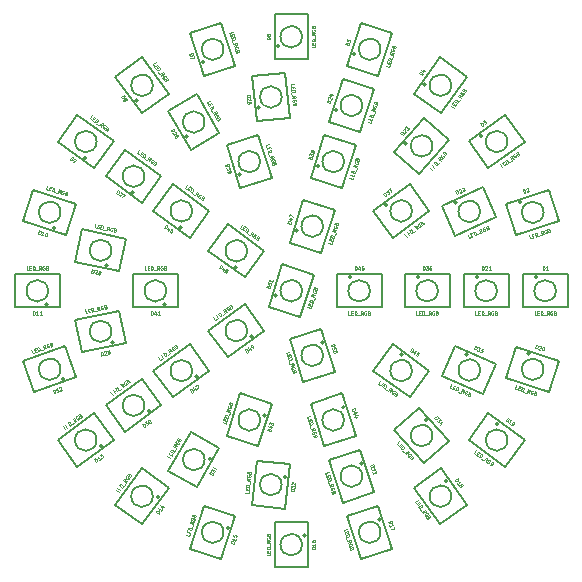
<source format=gto>
G04 (created by PCBNEW (2013-jul-07)-stable) date tis  3 feb 2015 18:16:58*
%MOIN*%
G04 Gerber Fmt 3.4, Leading zero omitted, Abs format*
%FSLAX34Y34*%
G01*
G70*
G90*
G04 APERTURE LIST*
%ADD10C,0.00590551*%
%ADD11C,0.00295276*%
G04 APERTURE END LIST*
G54D10*
X77055Y-55173D02*
G75*
G03X77055Y-55173I-49J0D01*
G74*
G01*
X77701Y-54749D02*
G75*
G03X77701Y-54749I-360J0D01*
G74*
G01*
X77049Y-55632D02*
X78095Y-55292D01*
X78095Y-55292D02*
X77632Y-53865D01*
X77632Y-53865D02*
X76586Y-54205D01*
X76586Y-54205D02*
X77049Y-55632D01*
X73512Y-55777D02*
G75*
G03X73512Y-55777I-50J0D01*
G74*
G01*
X73845Y-55237D02*
G75*
G03X73845Y-55237I-360J0D01*
G74*
G01*
X73768Y-56122D02*
X74414Y-55232D01*
X74414Y-55232D02*
X73201Y-54351D01*
X73201Y-54351D02*
X72554Y-55241D01*
X72554Y-55241D02*
X73768Y-56122D01*
X72636Y-58206D02*
G75*
G03X72636Y-58206I-49J0D01*
G74*
G01*
X72746Y-57704D02*
G75*
G03X72746Y-57704I-360J0D01*
G74*
G01*
X73005Y-58398D02*
X73234Y-57322D01*
X73234Y-57322D02*
X71766Y-57010D01*
X71766Y-57010D02*
X71538Y-58086D01*
X71538Y-58086D02*
X73005Y-58398D01*
X72823Y-60783D02*
G75*
G03X72823Y-60783I-50J0D01*
G74*
G01*
X72746Y-60405D02*
G75*
G03X72746Y-60405I-360J0D01*
G74*
G01*
X73234Y-60787D02*
X73005Y-59711D01*
X73005Y-59711D02*
X71538Y-60023D01*
X71538Y-60023D02*
X71766Y-61099D01*
X71766Y-61099D02*
X73234Y-60787D01*
X74041Y-63060D02*
G75*
G03X74041Y-63060I-50J0D01*
G74*
G01*
X73845Y-62873D02*
G75*
G03X73845Y-62873I-360J0D01*
G74*
G01*
X74414Y-62877D02*
X73768Y-61987D01*
X73768Y-61987D02*
X72554Y-62869D01*
X72554Y-62869D02*
X73201Y-63759D01*
X73201Y-63759D02*
X74414Y-62877D01*
X76081Y-64645D02*
G75*
G03X76081Y-64645I-49J0D01*
G74*
G01*
X75852Y-64680D02*
G75*
G03X75852Y-64680I-360J0D01*
G74*
G01*
X76343Y-64306D02*
X75390Y-63756D01*
X75390Y-63756D02*
X74640Y-65055D01*
X74640Y-65055D02*
X75593Y-65605D01*
X75593Y-65605D02*
X76343Y-64306D01*
X78589Y-65264D02*
G75*
G03X78589Y-65264I-50J0D01*
G74*
G01*
X78421Y-65515D02*
G75*
G03X78421Y-65515I-360J0D01*
G74*
G01*
X78686Y-64827D02*
X77592Y-64712D01*
X77592Y-64712D02*
X77435Y-66204D01*
X77435Y-66204D02*
X78529Y-66319D01*
X78529Y-66319D02*
X78686Y-64827D01*
X81132Y-64808D02*
G75*
G03X81132Y-64808I-49J0D01*
G74*
G01*
X81108Y-65233D02*
G75*
G03X81108Y-65233I-360J0D01*
G74*
G01*
X81038Y-64349D02*
X79992Y-64689D01*
X79992Y-64689D02*
X80456Y-66116D01*
X80456Y-66116D02*
X81502Y-65776D01*
X81502Y-65776D02*
X81038Y-64349D01*
X83270Y-63358D02*
G75*
G03X83270Y-63358I-50J0D01*
G74*
G01*
X83447Y-63882D02*
G75*
G03X83447Y-63882I-360J0D01*
G74*
G01*
X82993Y-62957D02*
X82176Y-63693D01*
X82176Y-63693D02*
X83180Y-64808D01*
X83180Y-64808D02*
X83997Y-64072D01*
X83997Y-64072D02*
X82993Y-62957D01*
X84633Y-61164D02*
G75*
G03X84633Y-61164I-50J0D01*
G74*
G01*
X85035Y-61697D02*
G75*
G03X85035Y-61697I-360J0D01*
G74*
G01*
X84213Y-60889D02*
X83765Y-61894D01*
X83765Y-61894D02*
X85136Y-62504D01*
X85136Y-62504D02*
X85583Y-61499D01*
X85583Y-61499D02*
X84213Y-60889D01*
X83017Y-58605D02*
G75*
G03X83017Y-58605I-50J0D01*
G74*
G01*
X83628Y-59055D02*
G75*
G03X83628Y-59055I-360J0D01*
G74*
G01*
X82517Y-58505D02*
X82517Y-59605D01*
X82517Y-59605D02*
X84017Y-59605D01*
X84017Y-59605D02*
X84017Y-58505D01*
X84017Y-58505D02*
X82517Y-58505D01*
X81945Y-56205D02*
G75*
G03X81945Y-56205I-50J0D01*
G74*
G01*
X82763Y-56393D02*
G75*
G03X82763Y-56393I-360J0D01*
G74*
G01*
X81473Y-56389D02*
X82119Y-57279D01*
X82119Y-57279D02*
X83333Y-56397D01*
X83333Y-56397D02*
X82686Y-55507D01*
X82686Y-55507D02*
X81473Y-56389D01*
X79668Y-54895D02*
G75*
G03X79668Y-54895I-50J0D01*
G74*
G01*
X80499Y-54749D02*
G75*
G03X80499Y-54749I-360J0D01*
G74*
G01*
X79384Y-55292D02*
X80430Y-55632D01*
X80430Y-55632D02*
X80894Y-54205D01*
X80894Y-54205D02*
X79848Y-53865D01*
X79848Y-53865D02*
X79384Y-55292D01*
X75302Y-53914D02*
G75*
G03X75302Y-53914I-49J0D01*
G74*
G01*
X75852Y-53429D02*
G75*
G03X75852Y-53429I-360J0D01*
G74*
G01*
X75390Y-54354D02*
X76343Y-53804D01*
X76343Y-53804D02*
X75593Y-52505D01*
X75593Y-52505D02*
X74640Y-53055D01*
X74640Y-53055D02*
X75390Y-54354D01*
X75105Y-56934D02*
G75*
G03X75105Y-56934I-50J0D01*
G74*
G01*
X75437Y-56393D02*
G75*
G03X75437Y-56393I-360J0D01*
G74*
G01*
X75360Y-57279D02*
X76007Y-56389D01*
X76007Y-56389D02*
X74793Y-55507D01*
X74793Y-55507D02*
X74147Y-56397D01*
X74147Y-56397D02*
X75360Y-57279D01*
X74562Y-59505D02*
G75*
G03X74562Y-59505I-50J0D01*
G74*
G01*
X74573Y-59055D02*
G75*
G03X74573Y-59055I-360J0D01*
G74*
G01*
X74962Y-59605D02*
X74962Y-58505D01*
X74962Y-58505D02*
X73462Y-58505D01*
X73462Y-58505D02*
X73462Y-59605D01*
X73462Y-59605D02*
X74962Y-59605D01*
X75634Y-61904D02*
G75*
G03X75634Y-61904I-50J0D01*
G74*
G01*
X75437Y-61716D02*
G75*
G03X75437Y-61716I-360J0D01*
G74*
G01*
X76007Y-61720D02*
X75360Y-60830D01*
X75360Y-60830D02*
X74147Y-61712D01*
X74147Y-61712D02*
X74793Y-62602D01*
X74793Y-62602D02*
X76007Y-61720D01*
X77911Y-63214D02*
G75*
G03X77911Y-63214I-50J0D01*
G74*
G01*
X77701Y-63361D02*
G75*
G03X77701Y-63361I-360J0D01*
G74*
G01*
X78095Y-62817D02*
X77049Y-62477D01*
X77049Y-62477D02*
X76586Y-63904D01*
X76586Y-63904D02*
X77632Y-64244D01*
X77632Y-64244D02*
X78095Y-62817D01*
X80524Y-62936D02*
G75*
G03X80524Y-62936I-49J0D01*
G74*
G01*
X80499Y-63361D02*
G75*
G03X80499Y-63361I-360J0D01*
G74*
G01*
X80430Y-62477D02*
X79384Y-62817D01*
X79384Y-62817D02*
X79848Y-64244D01*
X79848Y-64244D02*
X80894Y-63904D01*
X80894Y-63904D02*
X80430Y-62477D01*
X82474Y-61176D02*
G75*
G03X82474Y-61176I-50J0D01*
G74*
G01*
X82763Y-61716D02*
G75*
G03X82763Y-61716I-360J0D01*
G74*
G01*
X82119Y-60830D02*
X81473Y-61720D01*
X81473Y-61720D02*
X82686Y-62602D01*
X82686Y-62602D02*
X83333Y-61712D01*
X83333Y-61712D02*
X82119Y-60830D01*
X80753Y-58605D02*
G75*
G03X80753Y-58605I-50J0D01*
G74*
G01*
X81364Y-59055D02*
G75*
G03X81364Y-59055I-360J0D01*
G74*
G01*
X80253Y-58505D02*
X80253Y-59605D01*
X80253Y-59605D02*
X81753Y-59605D01*
X81753Y-59605D02*
X81753Y-58505D01*
X81753Y-58505D02*
X80253Y-58505D01*
X78969Y-57048D02*
G75*
G03X78969Y-57048I-50J0D01*
G74*
G01*
X79800Y-56901D02*
G75*
G03X79800Y-56901I-360J0D01*
G74*
G01*
X78684Y-57445D02*
X79731Y-57785D01*
X79731Y-57785D02*
X80194Y-56358D01*
X80194Y-56358D02*
X79148Y-56018D01*
X79148Y-56018D02*
X78684Y-57445D01*
X76936Y-58264D02*
G75*
G03X76936Y-58264I-50J0D01*
G74*
G01*
X77269Y-57724D02*
G75*
G03X77269Y-57724I-360J0D01*
G74*
G01*
X77192Y-58610D02*
X77838Y-57720D01*
X77838Y-57720D02*
X76625Y-56838D01*
X76625Y-56838D02*
X75978Y-57728D01*
X75978Y-57728D02*
X77192Y-58610D01*
X77465Y-60573D02*
G75*
G03X77465Y-60573I-50J0D01*
G74*
G01*
X77269Y-60385D02*
G75*
G03X77269Y-60385I-360J0D01*
G74*
G01*
X77838Y-60389D02*
X77192Y-59500D01*
X77192Y-59500D02*
X75978Y-60381D01*
X75978Y-60381D02*
X76625Y-61271D01*
X76625Y-61271D02*
X77838Y-60389D01*
X79825Y-60783D02*
G75*
G03X79825Y-60783I-49J0D01*
G74*
G01*
X79800Y-61208D02*
G75*
G03X79800Y-61208I-360J0D01*
G74*
G01*
X79731Y-60325D02*
X78684Y-60664D01*
X78684Y-60664D02*
X79148Y-62091D01*
X79148Y-62091D02*
X80194Y-61751D01*
X80194Y-61751D02*
X79731Y-60325D01*
X78269Y-59201D02*
G75*
G03X78269Y-59201I-50J0D01*
G74*
G01*
X79100Y-59055D02*
G75*
G03X79100Y-59055I-360J0D01*
G74*
G01*
X77985Y-59598D02*
X79031Y-59938D01*
X79031Y-59938D02*
X79495Y-58511D01*
X79495Y-58511D02*
X78448Y-58171D01*
X78448Y-58171D02*
X77985Y-59598D01*
X74355Y-65924D02*
G75*
G03X74355Y-65924I-50J0D01*
G74*
G01*
X74125Y-65903D02*
G75*
G03X74125Y-65903I-360J0D01*
G74*
G01*
X74650Y-65619D02*
X73760Y-64973D01*
X73760Y-64973D02*
X72879Y-66186D01*
X72879Y-66186D02*
X73769Y-66833D01*
X73769Y-66833D02*
X74650Y-65619D01*
X86416Y-56104D02*
G75*
G03X86416Y-56104I-49J0D01*
G74*
G01*
X87151Y-56439D02*
G75*
G03X87151Y-56439I-360J0D01*
G74*
G01*
X85907Y-56148D02*
X86247Y-57194D01*
X86247Y-57194D02*
X87673Y-56730D01*
X87673Y-56730D02*
X87333Y-55684D01*
X87333Y-55684D02*
X85907Y-56148D01*
X85130Y-53892D02*
G75*
G03X85130Y-53892I-50J0D01*
G74*
G01*
X85948Y-54079D02*
G75*
G03X85948Y-54079I-360J0D01*
G74*
G01*
X84658Y-54075D02*
X85304Y-54965D01*
X85304Y-54965D02*
X86518Y-54084D01*
X86518Y-54084D02*
X85871Y-53194D01*
X85871Y-53194D02*
X84658Y-54075D01*
X83224Y-52185D02*
G75*
G03X83224Y-52185I-50J0D01*
G74*
G01*
X84075Y-52207D02*
G75*
G03X84075Y-52207I-360J0D01*
G74*
G01*
X82829Y-52490D02*
X83719Y-53137D01*
X83719Y-53137D02*
X84601Y-51923D01*
X84601Y-51923D02*
X83711Y-51277D01*
X83711Y-51277D02*
X82829Y-52490D01*
X80885Y-51150D02*
G75*
G03X80885Y-51150I-50J0D01*
G74*
G01*
X81716Y-51004D02*
G75*
G03X81716Y-51004I-360J0D01*
G74*
G01*
X80601Y-51548D02*
X81647Y-51887D01*
X81647Y-51887D02*
X82110Y-50461D01*
X82110Y-50461D02*
X81064Y-50121D01*
X81064Y-50121D02*
X80601Y-51548D01*
X78340Y-50890D02*
G75*
G03X78340Y-50890I-50J0D01*
G74*
G01*
X79100Y-50590D02*
G75*
G03X79100Y-50590I-360J0D01*
G74*
G01*
X78190Y-51340D02*
X79290Y-51340D01*
X79290Y-51340D02*
X79290Y-49840D01*
X79290Y-49840D02*
X78190Y-49840D01*
X78190Y-49840D02*
X78190Y-51340D01*
X75839Y-51429D02*
G75*
G03X75839Y-51429I-49J0D01*
G74*
G01*
X76484Y-51004D02*
G75*
G03X76484Y-51004I-360J0D01*
G74*
G01*
X75833Y-51887D02*
X76879Y-51548D01*
X76879Y-51548D02*
X76415Y-50121D01*
X76415Y-50121D02*
X75369Y-50461D01*
X75369Y-50461D02*
X75833Y-51887D01*
X73627Y-52714D02*
G75*
G03X73627Y-52714I-50J0D01*
G74*
G01*
X74125Y-52207D02*
G75*
G03X74125Y-52207I-360J0D01*
G74*
G01*
X73760Y-53137D02*
X74650Y-52490D01*
X74650Y-52490D02*
X73769Y-51277D01*
X73769Y-51277D02*
X72879Y-51923D01*
X72879Y-51923D02*
X73760Y-53137D01*
X71920Y-54620D02*
G75*
G03X71920Y-54620I-50J0D01*
G74*
G01*
X72252Y-54079D02*
G75*
G03X72252Y-54079I-360J0D01*
G74*
G01*
X72175Y-54965D02*
X72822Y-54075D01*
X72822Y-54075D02*
X71608Y-53194D01*
X71608Y-53194D02*
X70962Y-54084D01*
X70962Y-54084D02*
X72175Y-54965D01*
X70886Y-56960D02*
G75*
G03X70886Y-56960I-50J0D01*
G74*
G01*
X71050Y-56439D02*
G75*
G03X71050Y-56439I-360J0D01*
G74*
G01*
X71233Y-57194D02*
X71573Y-56148D01*
X71573Y-56148D02*
X70146Y-55684D01*
X70146Y-55684D02*
X69806Y-56730D01*
X69806Y-56730D02*
X71233Y-57194D01*
X70625Y-59505D02*
G75*
G03X70625Y-59505I-50J0D01*
G74*
G01*
X70636Y-59055D02*
G75*
G03X70636Y-59055I-360J0D01*
G74*
G01*
X71025Y-59605D02*
X71025Y-58505D01*
X71025Y-58505D02*
X69525Y-58505D01*
X69525Y-58505D02*
X69525Y-59605D01*
X69525Y-59605D02*
X71025Y-59605D01*
X71174Y-61992D02*
G75*
G03X71174Y-61992I-50J0D01*
G74*
G01*
X71050Y-61670D02*
G75*
G03X71050Y-61670I-360J0D01*
G74*
G01*
X71581Y-61934D02*
X71209Y-60899D01*
X71209Y-60899D02*
X69797Y-61407D01*
X69797Y-61407D02*
X70170Y-62442D01*
X70170Y-62442D02*
X71581Y-61934D01*
X72449Y-64218D02*
G75*
G03X72449Y-64218I-50J0D01*
G74*
G01*
X72252Y-64030D02*
G75*
G03X72252Y-64030I-360J0D01*
G74*
G01*
X72822Y-64034D02*
X72175Y-63144D01*
X72175Y-63144D02*
X70962Y-64026D01*
X70962Y-64026D02*
X71608Y-64916D01*
X71608Y-64916D02*
X72822Y-64034D01*
X86954Y-58605D02*
G75*
G03X86954Y-58605I-50J0D01*
G74*
G01*
X87565Y-59055D02*
G75*
G03X87565Y-59055I-360J0D01*
G74*
G01*
X86454Y-58505D02*
X86454Y-59605D01*
X86454Y-59605D02*
X87954Y-59605D01*
X87954Y-59605D02*
X87954Y-58505D01*
X87954Y-58505D02*
X86454Y-58505D01*
X76695Y-66959D02*
G75*
G03X76695Y-66959I-50J0D01*
G74*
G01*
X76484Y-67105D02*
G75*
G03X76484Y-67105I-360J0D01*
G74*
G01*
X76879Y-66562D02*
X75833Y-66222D01*
X75833Y-66222D02*
X75369Y-67648D01*
X75369Y-67648D02*
X76415Y-67988D01*
X76415Y-67988D02*
X76879Y-66562D01*
X79240Y-67219D02*
G75*
G03X79240Y-67219I-50J0D01*
G74*
G01*
X79100Y-67519D02*
G75*
G03X79100Y-67519I-360J0D01*
G74*
G01*
X79290Y-66769D02*
X78190Y-66769D01*
X78190Y-66769D02*
X78190Y-68269D01*
X78190Y-68269D02*
X79290Y-68269D01*
X79290Y-68269D02*
X79290Y-66769D01*
X81741Y-66681D02*
G75*
G03X81741Y-66681I-49J0D01*
G74*
G01*
X81716Y-67105D02*
G75*
G03X81716Y-67105I-360J0D01*
G74*
G01*
X81647Y-66222D02*
X80601Y-66562D01*
X80601Y-66562D02*
X81064Y-67988D01*
X81064Y-67988D02*
X82110Y-67648D01*
X82110Y-67648D02*
X81647Y-66222D01*
X83953Y-65395D02*
G75*
G03X83953Y-65395I-50J0D01*
G74*
G01*
X84075Y-65903D02*
G75*
G03X84075Y-65903I-360J0D01*
G74*
G01*
X83719Y-64973D02*
X82829Y-65619D01*
X82829Y-65619D02*
X83711Y-66833D01*
X83711Y-66833D02*
X84601Y-66186D01*
X84601Y-66186D02*
X83719Y-64973D01*
X85659Y-63489D02*
G75*
G03X85659Y-63489I-50J0D01*
G74*
G01*
X85948Y-64030D02*
G75*
G03X85948Y-64030I-360J0D01*
G74*
G01*
X85304Y-63144D02*
X84658Y-64034D01*
X84658Y-64034D02*
X85871Y-64916D01*
X85871Y-64916D02*
X86518Y-64026D01*
X86518Y-64026D02*
X85304Y-63144D01*
X86694Y-61150D02*
G75*
G03X86694Y-61150I-50J0D01*
G74*
G01*
X87151Y-61670D02*
G75*
G03X87151Y-61670I-360J0D01*
G74*
G01*
X86247Y-60916D02*
X85907Y-61962D01*
X85907Y-61962D02*
X87333Y-62425D01*
X87333Y-62425D02*
X87673Y-61379D01*
X87673Y-61379D02*
X86247Y-60916D01*
X84986Y-58605D02*
G75*
G03X84986Y-58605I-50J0D01*
G74*
G01*
X85596Y-59055D02*
G75*
G03X85596Y-59055I-360J0D01*
G74*
G01*
X84486Y-58505D02*
X84486Y-59605D01*
X84486Y-59605D02*
X85986Y-59605D01*
X85986Y-59605D02*
X85986Y-58505D01*
X85986Y-58505D02*
X84486Y-58505D01*
X84267Y-56123D02*
G75*
G03X84267Y-56123I-50J0D01*
G74*
G01*
X85035Y-56412D02*
G75*
G03X85035Y-56412I-360J0D01*
G74*
G01*
X83765Y-56215D02*
X84213Y-57220D01*
X84213Y-57220D02*
X85583Y-56610D01*
X85583Y-56610D02*
X85136Y-55605D01*
X85136Y-55605D02*
X83765Y-56215D01*
X82601Y-54149D02*
G75*
G03X82601Y-54149I-49J0D01*
G74*
G01*
X83447Y-54227D02*
G75*
G03X83447Y-54227I-360J0D01*
G74*
G01*
X82176Y-54416D02*
X82993Y-55152D01*
X82993Y-55152D02*
X83997Y-54038D01*
X83997Y-54038D02*
X83180Y-53302D01*
X83180Y-53302D02*
X82176Y-54416D01*
X80276Y-53023D02*
G75*
G03X80276Y-53023I-50J0D01*
G74*
G01*
X81108Y-52877D02*
G75*
G03X81108Y-52877I-360J0D01*
G74*
G01*
X79992Y-53420D02*
X81038Y-53760D01*
X81038Y-53760D02*
X81502Y-52333D01*
X81502Y-52333D02*
X80456Y-51993D01*
X80456Y-51993D02*
X79992Y-53420D01*
X77694Y-52939D02*
G75*
G03X77694Y-52939I-50J0D01*
G74*
G01*
X78421Y-52594D02*
G75*
G03X78421Y-52594I-360J0D01*
G74*
G01*
X77592Y-53397D02*
X78686Y-53282D01*
X78686Y-53282D02*
X78529Y-51791D01*
X78529Y-51791D02*
X77435Y-51906D01*
X77435Y-51906D02*
X77592Y-53397D01*
G54D11*
X76537Y-54859D02*
X76650Y-54822D01*
X76658Y-54849D01*
X76658Y-54867D01*
X76651Y-54881D01*
X76642Y-54890D01*
X76622Y-54902D01*
X76606Y-54907D01*
X76583Y-54909D01*
X76571Y-54907D01*
X76557Y-54900D01*
X76546Y-54886D01*
X76537Y-54859D01*
X76683Y-54924D02*
X76705Y-54994D01*
X76650Y-54970D01*
X76656Y-54986D01*
X76654Y-54998D01*
X76650Y-55006D01*
X76641Y-55014D01*
X76614Y-55023D01*
X76602Y-55021D01*
X76595Y-55018D01*
X76586Y-55009D01*
X76576Y-54977D01*
X76577Y-54964D01*
X76581Y-54957D01*
X76610Y-55084D02*
X76617Y-55105D01*
X76626Y-55114D01*
X76633Y-55117D01*
X76653Y-55123D01*
X76676Y-55121D01*
X76719Y-55107D01*
X76728Y-55099D01*
X76731Y-55092D01*
X76733Y-55079D01*
X76726Y-55058D01*
X76717Y-55049D01*
X76710Y-55045D01*
X76698Y-55043D01*
X76671Y-55052D01*
X76662Y-55061D01*
X76659Y-55068D01*
X76657Y-55080D01*
X76664Y-55102D01*
X76672Y-55111D01*
X76679Y-55114D01*
X76692Y-55116D01*
X77916Y-54248D02*
X77899Y-54195D01*
X78011Y-54158D01*
X77987Y-54267D02*
X77999Y-54304D01*
X77946Y-54339D02*
X77928Y-54286D01*
X78041Y-54249D01*
X78058Y-54303D01*
X77961Y-54387D02*
X78074Y-54351D01*
X78082Y-54378D01*
X78082Y-54395D01*
X78075Y-54410D01*
X78066Y-54418D01*
X78046Y-54431D01*
X78030Y-54436D01*
X78007Y-54437D01*
X77995Y-54436D01*
X77981Y-54428D01*
X77970Y-54414D01*
X77961Y-54387D01*
X77978Y-54476D02*
X78006Y-54562D01*
X78047Y-54649D02*
X78088Y-54595D01*
X78026Y-54585D02*
X78138Y-54549D01*
X78152Y-54592D01*
X78150Y-54604D01*
X78146Y-54611D01*
X78137Y-54620D01*
X78121Y-54625D01*
X78109Y-54623D01*
X78102Y-54620D01*
X78093Y-54611D01*
X78079Y-54568D01*
X78188Y-54722D02*
X78190Y-54709D01*
X78185Y-54693D01*
X78174Y-54679D01*
X78160Y-54672D01*
X78148Y-54670D01*
X78125Y-54671D01*
X78109Y-54677D01*
X78089Y-54689D01*
X78080Y-54698D01*
X78073Y-54712D01*
X78073Y-54730D01*
X78076Y-54740D01*
X78087Y-54755D01*
X78094Y-54758D01*
X78131Y-54746D01*
X78124Y-54725D01*
X78170Y-54828D02*
X78170Y-54846D01*
X78166Y-54853D01*
X78157Y-54862D01*
X78141Y-54867D01*
X78128Y-54865D01*
X78121Y-54862D01*
X78113Y-54853D01*
X78099Y-54810D01*
X78211Y-54773D01*
X78223Y-54811D01*
X78221Y-54823D01*
X78218Y-54830D01*
X78209Y-54839D01*
X78198Y-54843D01*
X78186Y-54841D01*
X78178Y-54837D01*
X78170Y-54828D01*
X78157Y-54791D01*
X72899Y-55798D02*
X72969Y-55702D01*
X72991Y-55719D01*
X73002Y-55733D01*
X73004Y-55749D01*
X73002Y-55761D01*
X72993Y-55783D01*
X72984Y-55796D01*
X72966Y-55811D01*
X72955Y-55817D01*
X72939Y-55820D01*
X72922Y-55814D01*
X72899Y-55798D01*
X73053Y-55777D02*
X73061Y-55776D01*
X73073Y-55778D01*
X73096Y-55795D01*
X73102Y-55806D01*
X73103Y-55814D01*
X73101Y-55826D01*
X73094Y-55835D01*
X73080Y-55846D01*
X72986Y-55860D01*
X73045Y-55903D01*
X73146Y-55831D02*
X73210Y-55877D01*
X73099Y-55943D01*
X73656Y-54493D02*
X73610Y-54460D01*
X73680Y-54365D01*
X73724Y-54466D02*
X73756Y-54489D01*
X73733Y-54549D02*
X73688Y-54516D01*
X73757Y-54421D01*
X73803Y-54454D01*
X73774Y-54579D02*
X73843Y-54484D01*
X73866Y-54500D01*
X73877Y-54515D01*
X73879Y-54530D01*
X73877Y-54543D01*
X73868Y-54564D01*
X73858Y-54578D01*
X73841Y-54593D01*
X73829Y-54599D01*
X73814Y-54601D01*
X73797Y-54596D01*
X73774Y-54579D01*
X73840Y-54641D02*
X73913Y-54694D01*
X73997Y-54741D02*
X73998Y-54673D01*
X73942Y-54701D02*
X74012Y-54606D01*
X74048Y-54632D01*
X74054Y-54644D01*
X74055Y-54651D01*
X74053Y-54664D01*
X74043Y-54677D01*
X74032Y-54683D01*
X74024Y-54684D01*
X74012Y-54682D01*
X73975Y-54656D01*
X74154Y-54716D02*
X74148Y-54705D01*
X74135Y-54695D01*
X74118Y-54690D01*
X74102Y-54692D01*
X74091Y-54698D01*
X74073Y-54713D01*
X74063Y-54727D01*
X74054Y-54748D01*
X74052Y-54761D01*
X74055Y-54776D01*
X74065Y-54791D01*
X74074Y-54797D01*
X74091Y-54803D01*
X74099Y-54801D01*
X74122Y-54770D01*
X74104Y-54756D01*
X74202Y-54813D02*
X74212Y-54828D01*
X74213Y-54836D01*
X74211Y-54848D01*
X74201Y-54862D01*
X74190Y-54868D01*
X74182Y-54869D01*
X74170Y-54867D01*
X74133Y-54840D01*
X74203Y-54745D01*
X74235Y-54768D01*
X74241Y-54779D01*
X74242Y-54787D01*
X74240Y-54799D01*
X74233Y-54808D01*
X74222Y-54814D01*
X74214Y-54815D01*
X74202Y-54813D01*
X74170Y-54790D01*
X72080Y-58454D02*
X72104Y-58339D01*
X72132Y-58345D01*
X72147Y-58354D01*
X72156Y-58367D01*
X72159Y-58379D01*
X72160Y-58402D01*
X72156Y-58419D01*
X72146Y-58440D01*
X72138Y-58450D01*
X72125Y-58458D01*
X72107Y-58460D01*
X72080Y-58454D01*
X72212Y-58373D02*
X72218Y-58369D01*
X72231Y-58366D01*
X72258Y-58372D01*
X72268Y-58379D01*
X72272Y-58386D01*
X72275Y-58398D01*
X72273Y-58409D01*
X72264Y-58425D01*
X72184Y-58477D01*
X72256Y-58492D01*
X72336Y-58440D02*
X72326Y-58432D01*
X72321Y-58425D01*
X72318Y-58413D01*
X72319Y-58408D01*
X72327Y-58398D01*
X72334Y-58393D01*
X72346Y-58390D01*
X72368Y-58395D01*
X72378Y-58403D01*
X72382Y-58409D01*
X72386Y-58422D01*
X72384Y-58427D01*
X72377Y-58437D01*
X72370Y-58441D01*
X72358Y-58444D01*
X72336Y-58440D01*
X72323Y-58443D01*
X72317Y-58447D01*
X72309Y-58457D01*
X72304Y-58479D01*
X72307Y-58491D01*
X72312Y-58498D01*
X72322Y-58506D01*
X72344Y-58511D01*
X72356Y-58507D01*
X72362Y-58503D01*
X72370Y-58493D01*
X72375Y-58471D01*
X72372Y-58459D01*
X72367Y-58452D01*
X72358Y-58444D01*
X72240Y-56955D02*
X72185Y-56943D01*
X72210Y-56828D01*
X72292Y-56903D02*
X72330Y-56911D01*
X72334Y-56975D02*
X72279Y-56963D01*
X72303Y-56848D01*
X72358Y-56859D01*
X72383Y-56985D02*
X72408Y-56870D01*
X72435Y-56876D01*
X72451Y-56885D01*
X72459Y-56898D01*
X72462Y-56910D01*
X72463Y-56933D01*
X72460Y-56950D01*
X72450Y-56971D01*
X72442Y-56981D01*
X72428Y-56989D01*
X72411Y-56991D01*
X72383Y-56985D01*
X72469Y-57015D02*
X72557Y-57034D01*
X72653Y-57043D02*
X72626Y-56980D01*
X72587Y-57029D02*
X72611Y-56913D01*
X72655Y-56923D01*
X72665Y-56930D01*
X72669Y-56937D01*
X72673Y-56949D01*
X72669Y-56966D01*
X72661Y-56976D01*
X72655Y-56980D01*
X72642Y-56983D01*
X72598Y-56974D01*
X72786Y-56956D02*
X72776Y-56948D01*
X72760Y-56945D01*
X72742Y-56947D01*
X72729Y-56955D01*
X72721Y-56965D01*
X72711Y-56986D01*
X72707Y-57003D01*
X72708Y-57026D01*
X72711Y-57038D01*
X72720Y-57051D01*
X72735Y-57060D01*
X72746Y-57063D01*
X72764Y-57061D01*
X72771Y-57056D01*
X72779Y-57018D01*
X72757Y-57013D01*
X72869Y-57025D02*
X72884Y-57034D01*
X72889Y-57041D01*
X72892Y-57053D01*
X72888Y-57070D01*
X72881Y-57080D01*
X72874Y-57084D01*
X72862Y-57087D01*
X72818Y-57078D01*
X72842Y-56962D01*
X72881Y-56970D01*
X72891Y-56978D01*
X72895Y-56985D01*
X72898Y-56997D01*
X72896Y-57008D01*
X72888Y-57018D01*
X72881Y-57022D01*
X72869Y-57025D01*
X72831Y-57017D01*
X72411Y-61216D02*
X72387Y-61100D01*
X72414Y-61094D01*
X72432Y-61096D01*
X72445Y-61105D01*
X72453Y-61115D01*
X72463Y-61136D01*
X72467Y-61152D01*
X72466Y-61175D01*
X72463Y-61187D01*
X72454Y-61201D01*
X72439Y-61210D01*
X72411Y-61216D01*
X72499Y-61088D02*
X72503Y-61081D01*
X72513Y-61073D01*
X72541Y-61067D01*
X72553Y-61070D01*
X72560Y-61075D01*
X72567Y-61085D01*
X72570Y-61096D01*
X72568Y-61113D01*
X72516Y-61193D01*
X72587Y-61178D01*
X72642Y-61166D02*
X72664Y-61162D01*
X72674Y-61154D01*
X72679Y-61147D01*
X72686Y-61128D01*
X72687Y-61105D01*
X72678Y-61061D01*
X72670Y-61051D01*
X72663Y-61047D01*
X72651Y-61044D01*
X72629Y-61049D01*
X72619Y-61056D01*
X72615Y-61063D01*
X72611Y-61075D01*
X72617Y-61103D01*
X72625Y-61113D01*
X72632Y-61117D01*
X72644Y-61120D01*
X72666Y-61115D01*
X72676Y-61108D01*
X72680Y-61101D01*
X72683Y-61089D01*
X71948Y-59781D02*
X71893Y-59792D01*
X71869Y-59677D01*
X71974Y-59712D02*
X72012Y-59704D01*
X72042Y-59761D02*
X71987Y-59772D01*
X71962Y-59657D01*
X72017Y-59645D01*
X72091Y-59750D02*
X72067Y-59635D01*
X72094Y-59629D01*
X72112Y-59631D01*
X72125Y-59639D01*
X72133Y-59649D01*
X72143Y-59670D01*
X72147Y-59687D01*
X72146Y-59710D01*
X72143Y-59722D01*
X72134Y-59735D01*
X72119Y-59744D01*
X72091Y-59750D01*
X72182Y-59742D02*
X72270Y-59724D01*
X72361Y-59693D02*
X72311Y-59646D01*
X72295Y-59707D02*
X72270Y-59591D01*
X72314Y-59582D01*
X72326Y-59585D01*
X72333Y-59589D01*
X72341Y-59599D01*
X72344Y-59616D01*
X72341Y-59628D01*
X72337Y-59635D01*
X72327Y-59642D01*
X72283Y-59652D01*
X72447Y-59559D02*
X72435Y-59556D01*
X72419Y-59560D01*
X72403Y-59569D01*
X72395Y-59582D01*
X72392Y-59594D01*
X72391Y-59617D01*
X72394Y-59634D01*
X72404Y-59655D01*
X72412Y-59665D01*
X72426Y-59673D01*
X72443Y-59675D01*
X72454Y-59673D01*
X72470Y-59664D01*
X72474Y-59657D01*
X72466Y-59619D01*
X72444Y-59623D01*
X72551Y-59589D02*
X72569Y-59591D01*
X72576Y-59595D01*
X72584Y-59605D01*
X72587Y-59622D01*
X72584Y-59634D01*
X72580Y-59641D01*
X72570Y-59648D01*
X72526Y-59658D01*
X72501Y-59542D01*
X72540Y-59534D01*
X72552Y-59537D01*
X72559Y-59542D01*
X72566Y-59551D01*
X72569Y-59562D01*
X72566Y-59575D01*
X72561Y-59581D01*
X72551Y-59589D01*
X72513Y-59597D01*
X73837Y-63602D02*
X73768Y-63507D01*
X73790Y-63490D01*
X73807Y-63485D01*
X73823Y-63488D01*
X73834Y-63493D01*
X73852Y-63508D01*
X73862Y-63522D01*
X73871Y-63543D01*
X73873Y-63556D01*
X73870Y-63571D01*
X73860Y-63586D01*
X73837Y-63602D01*
X73854Y-63444D02*
X73913Y-63401D01*
X73908Y-63461D01*
X73921Y-63451D01*
X73934Y-63449D01*
X73942Y-63450D01*
X73953Y-63456D01*
X73969Y-63478D01*
X73971Y-63491D01*
X73970Y-63499D01*
X73964Y-63510D01*
X73937Y-63530D01*
X73925Y-63532D01*
X73917Y-63531D01*
X73972Y-63358D02*
X73981Y-63352D01*
X73994Y-63349D01*
X74002Y-63351D01*
X74013Y-63357D01*
X74031Y-63371D01*
X74047Y-63394D01*
X74056Y-63416D01*
X74058Y-63428D01*
X74057Y-63436D01*
X74051Y-63447D01*
X74042Y-63454D01*
X74029Y-63456D01*
X74022Y-63455D01*
X74010Y-63449D01*
X73993Y-63434D01*
X73976Y-63411D01*
X73967Y-63390D01*
X73965Y-63377D01*
X73967Y-63369D01*
X73972Y-63358D01*
X72830Y-62480D02*
X72785Y-62513D01*
X72715Y-62417D01*
X72826Y-62407D02*
X72858Y-62384D01*
X72908Y-62424D02*
X72862Y-62457D01*
X72793Y-62361D01*
X72838Y-62328D01*
X72949Y-62394D02*
X72879Y-62298D01*
X72902Y-62282D01*
X72919Y-62276D01*
X72935Y-62279D01*
X72946Y-62285D01*
X72963Y-62300D01*
X72973Y-62313D01*
X72982Y-62335D01*
X72984Y-62347D01*
X72982Y-62363D01*
X72971Y-62377D01*
X72949Y-62394D01*
X73028Y-62350D02*
X73101Y-62297D01*
X73172Y-62232D02*
X73107Y-62210D01*
X73117Y-62272D02*
X73047Y-62176D01*
X73084Y-62150D01*
X73096Y-62148D01*
X73104Y-62149D01*
X73115Y-62155D01*
X73125Y-62168D01*
X73127Y-62181D01*
X73126Y-62188D01*
X73120Y-62200D01*
X73084Y-62226D01*
X73196Y-62075D02*
X73184Y-62077D01*
X73170Y-62087D01*
X73160Y-62101D01*
X73158Y-62117D01*
X73160Y-62129D01*
X73168Y-62151D01*
X73178Y-62165D01*
X73196Y-62179D01*
X73207Y-62185D01*
X73223Y-62188D01*
X73240Y-62182D01*
X73249Y-62176D01*
X73259Y-62161D01*
X73260Y-62153D01*
X73237Y-62122D01*
X73219Y-62135D01*
X73304Y-62060D02*
X73320Y-62054D01*
X73328Y-62055D01*
X73339Y-62061D01*
X73349Y-62075D01*
X73351Y-62087D01*
X73350Y-62095D01*
X73344Y-62106D01*
X73308Y-62133D01*
X73239Y-62037D01*
X73270Y-62014D01*
X73283Y-62012D01*
X73291Y-62013D01*
X73302Y-62019D01*
X73308Y-62028D01*
X73311Y-62041D01*
X73309Y-62048D01*
X73304Y-62060D01*
X73272Y-62083D01*
X76111Y-65203D02*
X76009Y-65144D01*
X76023Y-65120D01*
X76036Y-65108D01*
X76051Y-65104D01*
X76064Y-65105D01*
X76086Y-65111D01*
X76101Y-65120D01*
X76117Y-65136D01*
X76124Y-65146D01*
X76128Y-65162D01*
X76125Y-65179D01*
X76111Y-65203D01*
X76062Y-65052D02*
X76099Y-64988D01*
X76118Y-65045D01*
X76126Y-65030D01*
X76137Y-65023D01*
X76144Y-65021D01*
X76157Y-65022D01*
X76181Y-65036D01*
X76188Y-65047D01*
X76190Y-65054D01*
X76190Y-65067D01*
X76173Y-65096D01*
X76162Y-65103D01*
X76155Y-65105D01*
X76257Y-64950D02*
X76223Y-65008D01*
X76240Y-64979D02*
X76138Y-64920D01*
X76147Y-64938D01*
X76151Y-64954D01*
X76150Y-64966D01*
X74734Y-64587D02*
X74706Y-64636D01*
X74604Y-64577D01*
X74701Y-64522D02*
X74720Y-64488D01*
X74782Y-64504D02*
X74754Y-64553D01*
X74652Y-64494D01*
X74680Y-64445D01*
X74808Y-64461D02*
X74705Y-64402D01*
X74719Y-64377D01*
X74733Y-64365D01*
X74748Y-64361D01*
X74761Y-64362D01*
X74783Y-64368D01*
X74797Y-64377D01*
X74814Y-64393D01*
X74821Y-64403D01*
X74825Y-64419D01*
X74822Y-64436D01*
X74808Y-64461D01*
X74862Y-64388D02*
X74907Y-64310D01*
X74945Y-64222D02*
X74877Y-64228D01*
X74912Y-64280D02*
X74809Y-64221D01*
X74832Y-64182D01*
X74842Y-64175D01*
X74850Y-64173D01*
X74863Y-64174D01*
X74877Y-64183D01*
X74884Y-64193D01*
X74886Y-64201D01*
X74885Y-64213D01*
X74863Y-64252D01*
X74904Y-64068D02*
X74894Y-64075D01*
X74885Y-64090D01*
X74882Y-64107D01*
X74886Y-64123D01*
X74893Y-64133D01*
X74909Y-64149D01*
X74924Y-64158D01*
X74946Y-64164D01*
X74959Y-64165D01*
X74974Y-64161D01*
X74988Y-64149D01*
X74993Y-64139D01*
X74997Y-64122D01*
X74995Y-64114D01*
X74961Y-64094D01*
X74949Y-64114D01*
X74996Y-64011D02*
X75009Y-63999D01*
X75017Y-63997D01*
X75029Y-63998D01*
X75044Y-64006D01*
X75051Y-64017D01*
X75053Y-64024D01*
X75052Y-64037D01*
X75030Y-64076D01*
X74927Y-64017D01*
X74947Y-63983D01*
X74958Y-63976D01*
X74965Y-63974D01*
X74978Y-63974D01*
X74988Y-63980D01*
X74995Y-63991D01*
X74997Y-63998D01*
X74996Y-64011D01*
X74976Y-64045D01*
X78839Y-65741D02*
X78722Y-65729D01*
X78724Y-65701D01*
X78732Y-65685D01*
X78744Y-65675D01*
X78756Y-65670D01*
X78779Y-65667D01*
X78796Y-65669D01*
X78817Y-65677D01*
X78828Y-65684D01*
X78838Y-65696D01*
X78842Y-65713D01*
X78839Y-65741D01*
X78733Y-65623D02*
X78740Y-65550D01*
X78781Y-65594D01*
X78783Y-65577D01*
X78789Y-65566D01*
X78796Y-65561D01*
X78807Y-65557D01*
X78835Y-65560D01*
X78846Y-65567D01*
X78851Y-65573D01*
X78855Y-65585D01*
X78852Y-65618D01*
X78845Y-65629D01*
X78839Y-65634D01*
X78756Y-65506D02*
X78751Y-65500D01*
X78747Y-65488D01*
X78750Y-65460D01*
X78756Y-65450D01*
X78763Y-65445D01*
X78774Y-65440D01*
X78786Y-65442D01*
X78802Y-65449D01*
X78862Y-65523D01*
X78870Y-65450D01*
X77331Y-65738D02*
X77325Y-65794D01*
X77208Y-65782D01*
X77274Y-65693D02*
X77278Y-65654D01*
X77341Y-65643D02*
X77335Y-65699D01*
X77218Y-65687D01*
X77224Y-65631D01*
X77346Y-65593D02*
X77229Y-65581D01*
X77232Y-65553D01*
X77239Y-65536D01*
X77252Y-65526D01*
X77263Y-65522D01*
X77286Y-65519D01*
X77303Y-65520D01*
X77325Y-65528D01*
X77335Y-65535D01*
X77345Y-65548D01*
X77349Y-65565D01*
X77346Y-65593D01*
X77367Y-65505D02*
X77376Y-65415D01*
X77375Y-65319D02*
X77315Y-65352D01*
X77368Y-65386D02*
X77251Y-65374D01*
X77255Y-65329D01*
X77262Y-65318D01*
X77268Y-65313D01*
X77280Y-65309D01*
X77297Y-65311D01*
X77307Y-65317D01*
X77312Y-65324D01*
X77317Y-65335D01*
X77312Y-65380D01*
X77275Y-65195D02*
X77268Y-65206D01*
X77266Y-65223D01*
X77270Y-65240D01*
X77280Y-65252D01*
X77291Y-65259D01*
X77313Y-65267D01*
X77329Y-65269D01*
X77352Y-65266D01*
X77364Y-65261D01*
X77377Y-65251D01*
X77384Y-65235D01*
X77385Y-65224D01*
X77381Y-65206D01*
X77376Y-65200D01*
X77337Y-65196D01*
X77335Y-65218D01*
X77335Y-65105D02*
X77343Y-65089D01*
X77349Y-65084D01*
X77361Y-65080D01*
X77377Y-65082D01*
X77388Y-65088D01*
X77393Y-65094D01*
X77397Y-65106D01*
X77393Y-65151D01*
X77275Y-65139D01*
X77279Y-65099D01*
X77286Y-65089D01*
X77292Y-65084D01*
X77304Y-65079D01*
X77315Y-65081D01*
X77326Y-65087D01*
X77331Y-65094D01*
X77335Y-65105D01*
X77331Y-65145D01*
X81371Y-64879D02*
X81483Y-64843D01*
X81492Y-64869D01*
X81492Y-64887D01*
X81484Y-64901D01*
X81475Y-64910D01*
X81456Y-64923D01*
X81440Y-64928D01*
X81417Y-64929D01*
X81404Y-64927D01*
X81390Y-64920D01*
X81379Y-64906D01*
X81371Y-64879D01*
X81516Y-64944D02*
X81539Y-65014D01*
X81484Y-64990D01*
X81489Y-65006D01*
X81487Y-65019D01*
X81483Y-65026D01*
X81474Y-65035D01*
X81448Y-65043D01*
X81435Y-65042D01*
X81428Y-65038D01*
X81419Y-65029D01*
X81409Y-64997D01*
X81411Y-64984D01*
X81414Y-64977D01*
X81551Y-65051D02*
X81573Y-65121D01*
X81518Y-65097D01*
X81524Y-65113D01*
X81522Y-65126D01*
X81518Y-65133D01*
X81509Y-65142D01*
X81482Y-65150D01*
X81470Y-65149D01*
X81463Y-65145D01*
X81454Y-65136D01*
X81444Y-65104D01*
X81446Y-65091D01*
X81449Y-65084D01*
X79896Y-65196D02*
X79879Y-65142D01*
X79991Y-65106D01*
X79967Y-65214D02*
X79979Y-65251D01*
X79926Y-65287D02*
X79908Y-65233D01*
X80021Y-65197D01*
X80038Y-65250D01*
X79941Y-65335D02*
X80054Y-65298D01*
X80062Y-65325D01*
X80062Y-65343D01*
X80055Y-65357D01*
X80046Y-65366D01*
X80026Y-65378D01*
X80010Y-65383D01*
X79987Y-65385D01*
X79975Y-65383D01*
X79961Y-65376D01*
X79950Y-65361D01*
X79941Y-65335D01*
X79959Y-65424D02*
X79986Y-65509D01*
X80027Y-65597D02*
X80068Y-65542D01*
X80006Y-65533D02*
X80118Y-65496D01*
X80132Y-65539D01*
X80130Y-65551D01*
X80127Y-65558D01*
X80118Y-65567D01*
X80102Y-65572D01*
X80089Y-65571D01*
X80082Y-65567D01*
X80073Y-65558D01*
X80059Y-65515D01*
X80168Y-65669D02*
X80170Y-65657D01*
X80165Y-65641D01*
X80154Y-65626D01*
X80140Y-65619D01*
X80128Y-65617D01*
X80105Y-65619D01*
X80089Y-65624D01*
X80069Y-65636D01*
X80060Y-65645D01*
X80053Y-65659D01*
X80053Y-65677D01*
X80056Y-65688D01*
X80067Y-65702D01*
X80074Y-65706D01*
X80111Y-65693D01*
X80104Y-65672D01*
X80150Y-65776D02*
X80150Y-65793D01*
X80146Y-65800D01*
X80137Y-65809D01*
X80121Y-65814D01*
X80109Y-65813D01*
X80101Y-65809D01*
X80093Y-65800D01*
X80079Y-65757D01*
X80191Y-65721D01*
X80203Y-65758D01*
X80201Y-65771D01*
X80198Y-65778D01*
X80189Y-65787D01*
X80178Y-65790D01*
X80166Y-65788D01*
X80159Y-65785D01*
X80150Y-65776D01*
X80138Y-65738D01*
X83512Y-63306D02*
X83600Y-63227D01*
X83619Y-63248D01*
X83626Y-63264D01*
X83625Y-63280D01*
X83621Y-63291D01*
X83608Y-63311D01*
X83595Y-63322D01*
X83575Y-63333D01*
X83563Y-63336D01*
X83547Y-63335D01*
X83531Y-63327D01*
X83512Y-63306D01*
X83672Y-63306D02*
X83721Y-63360D01*
X83661Y-63361D01*
X83672Y-63374D01*
X83675Y-63386D01*
X83675Y-63394D01*
X83670Y-63406D01*
X83650Y-63424D01*
X83637Y-63428D01*
X83629Y-63427D01*
X83618Y-63423D01*
X83595Y-63398D01*
X83592Y-63386D01*
X83592Y-63378D01*
X83759Y-63462D02*
X83701Y-63515D01*
X83774Y-63411D02*
X83692Y-63447D01*
X83741Y-63501D01*
X82294Y-64194D02*
X82257Y-64153D01*
X82344Y-64074D01*
X82366Y-64182D02*
X82393Y-64212D01*
X82358Y-64266D02*
X82321Y-64224D01*
X82408Y-64145D01*
X82446Y-64187D01*
X82392Y-64303D02*
X82480Y-64224D01*
X82499Y-64245D01*
X82506Y-64261D01*
X82505Y-64277D01*
X82500Y-64289D01*
X82487Y-64308D01*
X82475Y-64319D01*
X82454Y-64330D01*
X82442Y-64334D01*
X82426Y-64333D01*
X82411Y-64324D01*
X82392Y-64303D01*
X82444Y-64378D02*
X82504Y-64444D01*
X82576Y-64508D02*
X82592Y-64441D01*
X82531Y-64458D02*
X82619Y-64379D01*
X82649Y-64412D01*
X82652Y-64424D01*
X82652Y-64432D01*
X82647Y-64444D01*
X82635Y-64455D01*
X82623Y-64459D01*
X82615Y-64458D01*
X82603Y-64454D01*
X82573Y-64420D01*
X82735Y-64516D02*
X82732Y-64504D01*
X82721Y-64492D01*
X82705Y-64483D01*
X82689Y-64482D01*
X82677Y-64485D01*
X82657Y-64496D01*
X82644Y-64508D01*
X82631Y-64527D01*
X82627Y-64538D01*
X82626Y-64554D01*
X82633Y-64571D01*
X82640Y-64579D01*
X82656Y-64588D01*
X82664Y-64588D01*
X82693Y-64562D01*
X82678Y-64545D01*
X82762Y-64621D02*
X82769Y-64638D01*
X82768Y-64645D01*
X82764Y-64657D01*
X82751Y-64668D01*
X82739Y-64672D01*
X82731Y-64671D01*
X82719Y-64667D01*
X82689Y-64633D01*
X82777Y-64554D01*
X82803Y-64584D01*
X82807Y-64596D01*
X82806Y-64604D01*
X82802Y-64615D01*
X82793Y-64623D01*
X82781Y-64626D01*
X82773Y-64626D01*
X82762Y-64621D01*
X82735Y-64592D01*
X84829Y-60997D02*
X84877Y-60889D01*
X84903Y-60900D01*
X84916Y-60912D01*
X84921Y-60927D01*
X84922Y-60940D01*
X84918Y-60963D01*
X84911Y-60978D01*
X84897Y-60996D01*
X84887Y-61004D01*
X84872Y-61010D01*
X84855Y-61008D01*
X84829Y-60997D01*
X84975Y-60932D02*
X85041Y-60962D01*
X84987Y-60987D01*
X85002Y-60994D01*
X85010Y-61004D01*
X85013Y-61011D01*
X85014Y-61024D01*
X85002Y-61050D01*
X84993Y-61058D01*
X84985Y-61060D01*
X84973Y-61061D01*
X84942Y-61047D01*
X84934Y-61038D01*
X84931Y-61030D01*
X85139Y-61006D02*
X85088Y-60983D01*
X85060Y-61032D01*
X85067Y-61029D01*
X85080Y-61028D01*
X85105Y-61040D01*
X85113Y-61050D01*
X85116Y-61057D01*
X85117Y-61070D01*
X85105Y-61095D01*
X85096Y-61103D01*
X85088Y-61106D01*
X85076Y-61107D01*
X85050Y-61095D01*
X85042Y-61086D01*
X85039Y-61078D01*
X84077Y-62304D02*
X84026Y-62281D01*
X84074Y-62174D01*
X84139Y-62264D02*
X84175Y-62280D01*
X84165Y-62343D02*
X84113Y-62320D01*
X84161Y-62212D01*
X84213Y-62235D01*
X84211Y-62364D02*
X84259Y-62256D01*
X84285Y-62267D01*
X84298Y-62279D01*
X84304Y-62294D01*
X84304Y-62307D01*
X84300Y-62330D01*
X84293Y-62345D01*
X84279Y-62363D01*
X84269Y-62371D01*
X84254Y-62377D01*
X84237Y-62375D01*
X84211Y-62364D01*
X84289Y-62411D02*
X84371Y-62447D01*
X84463Y-62476D02*
X84450Y-62409D01*
X84401Y-62448D02*
X84449Y-62341D01*
X84490Y-62359D01*
X84498Y-62369D01*
X84501Y-62376D01*
X84502Y-62389D01*
X84495Y-62404D01*
X84485Y-62412D01*
X84478Y-62415D01*
X84465Y-62415D01*
X84424Y-62397D01*
X84611Y-62419D02*
X84603Y-62409D01*
X84588Y-62402D01*
X84570Y-62401D01*
X84555Y-62406D01*
X84546Y-62414D01*
X84531Y-62433D01*
X84525Y-62448D01*
X84521Y-62471D01*
X84521Y-62483D01*
X84527Y-62498D01*
X84540Y-62510D01*
X84550Y-62515D01*
X84568Y-62517D01*
X84575Y-62514D01*
X84591Y-62478D01*
X84571Y-62469D01*
X84678Y-62504D02*
X84691Y-62516D01*
X84694Y-62523D01*
X84695Y-62536D01*
X84688Y-62551D01*
X84678Y-62559D01*
X84671Y-62562D01*
X84658Y-62563D01*
X84617Y-62545D01*
X84665Y-62437D01*
X84701Y-62453D01*
X84709Y-62462D01*
X84712Y-62470D01*
X84712Y-62482D01*
X84708Y-62493D01*
X84698Y-62501D01*
X84691Y-62503D01*
X84678Y-62504D01*
X84642Y-62488D01*
X83124Y-58352D02*
X83124Y-58234D01*
X83152Y-58234D01*
X83169Y-58240D01*
X83180Y-58251D01*
X83186Y-58262D01*
X83191Y-58285D01*
X83191Y-58302D01*
X83186Y-58324D01*
X83180Y-58336D01*
X83169Y-58347D01*
X83152Y-58352D01*
X83124Y-58352D01*
X83231Y-58234D02*
X83304Y-58234D01*
X83264Y-58279D01*
X83281Y-58279D01*
X83293Y-58285D01*
X83298Y-58291D01*
X83304Y-58302D01*
X83304Y-58330D01*
X83298Y-58341D01*
X83293Y-58347D01*
X83281Y-58352D01*
X83248Y-58352D01*
X83236Y-58347D01*
X83231Y-58341D01*
X83405Y-58234D02*
X83383Y-58234D01*
X83371Y-58240D01*
X83366Y-58246D01*
X83354Y-58262D01*
X83349Y-58285D01*
X83349Y-58330D01*
X83354Y-58341D01*
X83360Y-58347D01*
X83371Y-58352D01*
X83394Y-58352D01*
X83405Y-58347D01*
X83411Y-58341D01*
X83416Y-58330D01*
X83416Y-58302D01*
X83411Y-58291D01*
X83405Y-58285D01*
X83394Y-58279D01*
X83371Y-58279D01*
X83360Y-58285D01*
X83354Y-58291D01*
X83349Y-58302D01*
X82969Y-59852D02*
X82913Y-59852D01*
X82913Y-59734D01*
X83008Y-59791D02*
X83048Y-59791D01*
X83065Y-59852D02*
X83008Y-59852D01*
X83008Y-59734D01*
X83065Y-59734D01*
X83115Y-59852D02*
X83115Y-59734D01*
X83143Y-59734D01*
X83160Y-59740D01*
X83172Y-59751D01*
X83177Y-59762D01*
X83183Y-59785D01*
X83183Y-59802D01*
X83177Y-59824D01*
X83172Y-59836D01*
X83160Y-59847D01*
X83143Y-59852D01*
X83115Y-59852D01*
X83205Y-59864D02*
X83295Y-59864D01*
X83391Y-59852D02*
X83352Y-59796D01*
X83323Y-59852D02*
X83323Y-59734D01*
X83368Y-59734D01*
X83380Y-59740D01*
X83385Y-59746D01*
X83391Y-59757D01*
X83391Y-59774D01*
X83385Y-59785D01*
X83380Y-59791D01*
X83368Y-59796D01*
X83323Y-59796D01*
X83503Y-59740D02*
X83492Y-59734D01*
X83475Y-59734D01*
X83458Y-59740D01*
X83447Y-59751D01*
X83442Y-59762D01*
X83436Y-59785D01*
X83436Y-59802D01*
X83442Y-59824D01*
X83447Y-59836D01*
X83458Y-59847D01*
X83475Y-59852D01*
X83487Y-59852D01*
X83503Y-59847D01*
X83509Y-59841D01*
X83509Y-59802D01*
X83487Y-59802D01*
X83599Y-59791D02*
X83616Y-59796D01*
X83622Y-59802D01*
X83627Y-59813D01*
X83627Y-59830D01*
X83622Y-59841D01*
X83616Y-59847D01*
X83605Y-59852D01*
X83560Y-59852D01*
X83560Y-59734D01*
X83599Y-59734D01*
X83610Y-59740D01*
X83616Y-59746D01*
X83622Y-59757D01*
X83622Y-59768D01*
X83616Y-59779D01*
X83610Y-59785D01*
X83599Y-59791D01*
X83560Y-59791D01*
X81874Y-55909D02*
X81804Y-55814D01*
X81827Y-55797D01*
X81844Y-55792D01*
X81860Y-55794D01*
X81871Y-55800D01*
X81889Y-55815D01*
X81899Y-55829D01*
X81907Y-55850D01*
X81909Y-55863D01*
X81907Y-55878D01*
X81897Y-55893D01*
X81874Y-55909D01*
X81891Y-55751D02*
X81950Y-55708D01*
X81945Y-55768D01*
X81958Y-55758D01*
X81971Y-55756D01*
X81979Y-55757D01*
X81990Y-55763D01*
X82006Y-55785D01*
X82008Y-55798D01*
X82007Y-55806D01*
X82001Y-55817D01*
X81974Y-55837D01*
X81962Y-55839D01*
X81954Y-55838D01*
X81982Y-55685D02*
X82046Y-55639D01*
X82074Y-55764D01*
X82630Y-57214D02*
X82585Y-57247D01*
X82516Y-57151D01*
X82626Y-57141D02*
X82658Y-57118D01*
X82708Y-57158D02*
X82662Y-57191D01*
X82593Y-57095D01*
X82638Y-57062D01*
X82749Y-57128D02*
X82679Y-57032D01*
X82702Y-57016D01*
X82719Y-57010D01*
X82735Y-57013D01*
X82746Y-57019D01*
X82764Y-57034D01*
X82774Y-57047D01*
X82782Y-57069D01*
X82784Y-57081D01*
X82782Y-57097D01*
X82771Y-57111D01*
X82749Y-57128D01*
X82828Y-57084D02*
X82901Y-57031D01*
X82972Y-56966D02*
X82907Y-56944D01*
X82917Y-57006D02*
X82848Y-56910D01*
X82884Y-56884D01*
X82896Y-56882D01*
X82904Y-56883D01*
X82915Y-56889D01*
X82925Y-56902D01*
X82927Y-56915D01*
X82926Y-56922D01*
X82920Y-56934D01*
X82884Y-56960D01*
X82997Y-56809D02*
X82984Y-56811D01*
X82971Y-56821D01*
X82960Y-56835D01*
X82958Y-56851D01*
X82960Y-56863D01*
X82968Y-56885D01*
X82978Y-56899D01*
X82996Y-56913D01*
X83007Y-56919D01*
X83023Y-56922D01*
X83040Y-56916D01*
X83049Y-56910D01*
X83059Y-56895D01*
X83061Y-56887D01*
X83037Y-56856D01*
X83019Y-56869D01*
X83104Y-56794D02*
X83121Y-56788D01*
X83128Y-56789D01*
X83140Y-56795D01*
X83150Y-56809D01*
X83152Y-56821D01*
X83150Y-56829D01*
X83145Y-56840D01*
X83108Y-56867D01*
X83039Y-56771D01*
X83071Y-56748D01*
X83083Y-56746D01*
X83091Y-56747D01*
X83102Y-56753D01*
X83109Y-56762D01*
X83111Y-56775D01*
X83109Y-56782D01*
X83104Y-56794D01*
X83072Y-56817D01*
X79427Y-54668D02*
X79314Y-54632D01*
X79323Y-54605D01*
X79334Y-54591D01*
X79348Y-54583D01*
X79360Y-54581D01*
X79383Y-54583D01*
X79399Y-54588D01*
X79419Y-54601D01*
X79428Y-54609D01*
X79435Y-54624D01*
X79435Y-54641D01*
X79427Y-54668D01*
X79347Y-54530D02*
X79370Y-54460D01*
X79401Y-54512D01*
X79406Y-54496D01*
X79415Y-54487D01*
X79422Y-54483D01*
X79434Y-54481D01*
X79461Y-54490D01*
X79470Y-54499D01*
X79474Y-54506D01*
X79475Y-54518D01*
X79465Y-54550D01*
X79456Y-54559D01*
X79449Y-54563D01*
X79439Y-54412D02*
X79430Y-54421D01*
X79423Y-54424D01*
X79411Y-54426D01*
X79405Y-54425D01*
X79396Y-54416D01*
X79393Y-54409D01*
X79391Y-54396D01*
X79398Y-54375D01*
X79407Y-54366D01*
X79414Y-54362D01*
X79426Y-54360D01*
X79432Y-54362D01*
X79440Y-54371D01*
X79444Y-54378D01*
X79446Y-54391D01*
X79439Y-54412D01*
X79441Y-54424D01*
X79444Y-54431D01*
X79453Y-54440D01*
X79475Y-54447D01*
X79487Y-54445D01*
X79494Y-54442D01*
X79503Y-54433D01*
X79510Y-54411D01*
X79508Y-54399D01*
X79505Y-54392D01*
X79496Y-54383D01*
X79474Y-54376D01*
X79462Y-54378D01*
X79455Y-54382D01*
X79446Y-54391D01*
X80806Y-55279D02*
X80788Y-55332D01*
X80676Y-55296D01*
X80759Y-55222D02*
X80771Y-55185D01*
X80835Y-55188D02*
X80818Y-55241D01*
X80705Y-55205D01*
X80723Y-55151D01*
X80851Y-55140D02*
X80738Y-55103D01*
X80747Y-55076D01*
X80758Y-55062D01*
X80772Y-55055D01*
X80784Y-55053D01*
X80807Y-55055D01*
X80823Y-55060D01*
X80843Y-55072D01*
X80852Y-55081D01*
X80859Y-55095D01*
X80859Y-55113D01*
X80851Y-55140D01*
X80889Y-55058D02*
X80917Y-54972D01*
X80936Y-54878D02*
X80870Y-54898D01*
X80915Y-54942D02*
X80803Y-54905D01*
X80817Y-54862D01*
X80825Y-54854D01*
X80832Y-54850D01*
X80845Y-54848D01*
X80861Y-54853D01*
X80870Y-54862D01*
X80874Y-54869D01*
X80875Y-54882D01*
X80862Y-54924D01*
X80864Y-54736D02*
X80855Y-54745D01*
X80850Y-54761D01*
X80850Y-54779D01*
X80857Y-54793D01*
X80866Y-54802D01*
X80886Y-54814D01*
X80902Y-54819D01*
X80925Y-54821D01*
X80937Y-54819D01*
X80951Y-54812D01*
X80962Y-54797D01*
X80965Y-54787D01*
X80965Y-54769D01*
X80962Y-54762D01*
X80924Y-54750D01*
X80917Y-54771D01*
X80941Y-54661D02*
X80952Y-54646D01*
X80959Y-54643D01*
X80971Y-54641D01*
X80987Y-54646D01*
X80996Y-54655D01*
X81000Y-54662D01*
X81002Y-54674D01*
X80988Y-54717D01*
X80876Y-54681D01*
X80888Y-54643D01*
X80897Y-54634D01*
X80904Y-54631D01*
X80916Y-54629D01*
X80927Y-54632D01*
X80936Y-54641D01*
X80939Y-54648D01*
X80941Y-54661D01*
X80929Y-54698D01*
X74729Y-53704D02*
X74831Y-53645D01*
X74845Y-53669D01*
X74849Y-53686D01*
X74845Y-53702D01*
X74838Y-53712D01*
X74821Y-53728D01*
X74807Y-53737D01*
X74784Y-53743D01*
X74772Y-53744D01*
X74756Y-53740D01*
X74743Y-53728D01*
X74729Y-53704D01*
X74878Y-53748D02*
X74885Y-53750D01*
X74896Y-53757D01*
X74910Y-53781D01*
X74911Y-53794D01*
X74909Y-53801D01*
X74902Y-53812D01*
X74892Y-53817D01*
X74875Y-53821D01*
X74782Y-53796D01*
X74819Y-53860D01*
X74972Y-53888D02*
X74961Y-53869D01*
X74950Y-53862D01*
X74942Y-53860D01*
X74922Y-53858D01*
X74900Y-53865D01*
X74861Y-53887D01*
X74854Y-53898D01*
X74852Y-53905D01*
X74853Y-53918D01*
X74864Y-53938D01*
X74874Y-53944D01*
X74882Y-53947D01*
X74895Y-53946D01*
X74919Y-53932D01*
X74926Y-53921D01*
X74928Y-53914D01*
X74927Y-53901D01*
X74916Y-53881D01*
X74906Y-53875D01*
X74898Y-53872D01*
X74885Y-53873D01*
X75951Y-52820D02*
X75923Y-52771D01*
X76025Y-52712D01*
X76024Y-52823D02*
X76044Y-52857D01*
X75999Y-52903D02*
X75970Y-52854D01*
X76073Y-52795D01*
X76101Y-52844D01*
X76024Y-52946D02*
X76126Y-52887D01*
X76140Y-52912D01*
X76144Y-52929D01*
X76140Y-52945D01*
X76133Y-52955D01*
X76116Y-52971D01*
X76101Y-52980D01*
X76079Y-52986D01*
X76067Y-52987D01*
X76051Y-52983D01*
X76038Y-52971D01*
X76024Y-52946D01*
X76059Y-53030D02*
X76104Y-53108D01*
X76162Y-53185D02*
X76191Y-53123D01*
X76128Y-53127D02*
X76230Y-53068D01*
X76253Y-53107D01*
X76253Y-53119D01*
X76251Y-53127D01*
X76244Y-53137D01*
X76230Y-53146D01*
X76217Y-53146D01*
X76210Y-53144D01*
X76199Y-53137D01*
X76177Y-53099D01*
X76315Y-53226D02*
X76315Y-53214D01*
X76306Y-53199D01*
X76293Y-53187D01*
X76277Y-53183D01*
X76265Y-53184D01*
X76243Y-53190D01*
X76228Y-53199D01*
X76211Y-53215D01*
X76204Y-53225D01*
X76200Y-53241D01*
X76204Y-53258D01*
X76209Y-53268D01*
X76223Y-53280D01*
X76230Y-53282D01*
X76265Y-53262D01*
X76253Y-53243D01*
X76319Y-53334D02*
X76323Y-53352D01*
X76321Y-53359D01*
X76314Y-53370D01*
X76299Y-53378D01*
X76287Y-53379D01*
X76279Y-53377D01*
X76268Y-53370D01*
X76246Y-53331D01*
X76348Y-53272D01*
X76368Y-53306D01*
X76369Y-53319D01*
X76367Y-53326D01*
X76360Y-53337D01*
X76350Y-53343D01*
X76337Y-53343D01*
X76330Y-53341D01*
X76319Y-53334D01*
X76300Y-53300D01*
X74492Y-56954D02*
X74561Y-56859D01*
X74584Y-56875D01*
X74594Y-56890D01*
X74597Y-56905D01*
X74595Y-56918D01*
X74586Y-56939D01*
X74576Y-56953D01*
X74558Y-56968D01*
X74547Y-56974D01*
X74531Y-56976D01*
X74514Y-56971D01*
X74492Y-56954D01*
X74674Y-56990D02*
X74628Y-57054D01*
X74678Y-56937D02*
X74606Y-56989D01*
X74665Y-57032D01*
X74766Y-57008D02*
X74775Y-57014D01*
X74781Y-57025D01*
X74782Y-57033D01*
X74780Y-57046D01*
X74771Y-57067D01*
X74755Y-57090D01*
X74737Y-57105D01*
X74726Y-57111D01*
X74718Y-57112D01*
X74706Y-57110D01*
X74696Y-57103D01*
X74691Y-57092D01*
X74689Y-57084D01*
X74691Y-57072D01*
X74700Y-57050D01*
X74717Y-57027D01*
X74734Y-57013D01*
X74746Y-57007D01*
X74753Y-57005D01*
X74766Y-57008D01*
X75248Y-55650D02*
X75203Y-55617D01*
X75272Y-55521D01*
X75316Y-55623D02*
X75348Y-55646D01*
X75326Y-55706D02*
X75280Y-55673D01*
X75350Y-55577D01*
X75395Y-55611D01*
X75367Y-55736D02*
X75436Y-55640D01*
X75459Y-55657D01*
X75469Y-55671D01*
X75472Y-55687D01*
X75469Y-55699D01*
X75461Y-55721D01*
X75451Y-55735D01*
X75433Y-55749D01*
X75422Y-55755D01*
X75406Y-55758D01*
X75389Y-55752D01*
X75367Y-55736D01*
X75433Y-55798D02*
X75506Y-55851D01*
X75590Y-55898D02*
X75591Y-55829D01*
X75535Y-55858D02*
X75604Y-55763D01*
X75641Y-55789D01*
X75647Y-55800D01*
X75648Y-55808D01*
X75646Y-55820D01*
X75636Y-55834D01*
X75625Y-55840D01*
X75617Y-55841D01*
X75604Y-55839D01*
X75568Y-55813D01*
X75747Y-55873D02*
X75741Y-55862D01*
X75727Y-55852D01*
X75710Y-55847D01*
X75695Y-55849D01*
X75683Y-55855D01*
X75666Y-55870D01*
X75656Y-55883D01*
X75647Y-55905D01*
X75645Y-55917D01*
X75647Y-55933D01*
X75658Y-55947D01*
X75667Y-55954D01*
X75684Y-55959D01*
X75692Y-55958D01*
X75715Y-55926D01*
X75697Y-55913D01*
X75794Y-55970D02*
X75805Y-55985D01*
X75806Y-55992D01*
X75804Y-56005D01*
X75794Y-56018D01*
X75783Y-56024D01*
X75775Y-56026D01*
X75762Y-56023D01*
X75726Y-55997D01*
X75795Y-55901D01*
X75827Y-55925D01*
X75833Y-55936D01*
X75834Y-55944D01*
X75832Y-55956D01*
X75826Y-55965D01*
X75814Y-55971D01*
X75807Y-55972D01*
X75794Y-55970D01*
X75762Y-55947D01*
X74069Y-59852D02*
X74069Y-59734D01*
X74097Y-59734D01*
X74114Y-59740D01*
X74125Y-59751D01*
X74131Y-59762D01*
X74136Y-59785D01*
X74136Y-59802D01*
X74131Y-59824D01*
X74125Y-59836D01*
X74114Y-59847D01*
X74097Y-59852D01*
X74069Y-59852D01*
X74237Y-59774D02*
X74237Y-59852D01*
X74209Y-59729D02*
X74181Y-59813D01*
X74254Y-59813D01*
X74361Y-59852D02*
X74294Y-59852D01*
X74327Y-59852D02*
X74327Y-59734D01*
X74316Y-59751D01*
X74305Y-59762D01*
X74294Y-59768D01*
X73914Y-58352D02*
X73858Y-58352D01*
X73858Y-58234D01*
X73953Y-58291D02*
X73993Y-58291D01*
X74010Y-58352D02*
X73953Y-58352D01*
X73953Y-58234D01*
X74010Y-58234D01*
X74060Y-58352D02*
X74060Y-58234D01*
X74088Y-58234D01*
X74105Y-58240D01*
X74116Y-58251D01*
X74122Y-58262D01*
X74128Y-58285D01*
X74128Y-58302D01*
X74122Y-58324D01*
X74116Y-58336D01*
X74105Y-58347D01*
X74088Y-58352D01*
X74060Y-58352D01*
X74150Y-58364D02*
X74240Y-58364D01*
X74336Y-58352D02*
X74296Y-58296D01*
X74268Y-58352D02*
X74268Y-58234D01*
X74313Y-58234D01*
X74325Y-58240D01*
X74330Y-58246D01*
X74336Y-58257D01*
X74336Y-58274D01*
X74330Y-58285D01*
X74325Y-58291D01*
X74313Y-58296D01*
X74268Y-58296D01*
X74448Y-58240D02*
X74437Y-58234D01*
X74420Y-58234D01*
X74403Y-58240D01*
X74392Y-58251D01*
X74386Y-58262D01*
X74381Y-58285D01*
X74381Y-58302D01*
X74386Y-58324D01*
X74392Y-58336D01*
X74403Y-58347D01*
X74420Y-58352D01*
X74431Y-58352D01*
X74448Y-58347D01*
X74454Y-58341D01*
X74454Y-58302D01*
X74431Y-58302D01*
X74544Y-58291D02*
X74561Y-58296D01*
X74566Y-58302D01*
X74572Y-58313D01*
X74572Y-58330D01*
X74566Y-58341D01*
X74561Y-58347D01*
X74550Y-58352D01*
X74505Y-58352D01*
X74505Y-58234D01*
X74544Y-58234D01*
X74555Y-58240D01*
X74561Y-58246D01*
X74566Y-58257D01*
X74566Y-58268D01*
X74561Y-58279D01*
X74555Y-58285D01*
X74544Y-58291D01*
X74505Y-58291D01*
X75430Y-62446D02*
X75360Y-62350D01*
X75383Y-62334D01*
X75400Y-62328D01*
X75416Y-62331D01*
X75427Y-62337D01*
X75445Y-62352D01*
X75454Y-62365D01*
X75463Y-62387D01*
X75465Y-62399D01*
X75463Y-62415D01*
X75452Y-62429D01*
X75430Y-62446D01*
X75520Y-62283D02*
X75566Y-62347D01*
X75471Y-62263D02*
X75497Y-62348D01*
X75557Y-62305D01*
X75549Y-62227D02*
X75550Y-62219D01*
X75556Y-62208D01*
X75579Y-62192D01*
X75591Y-62189D01*
X75599Y-62191D01*
X75610Y-62197D01*
X75617Y-62206D01*
X75622Y-62223D01*
X75607Y-62317D01*
X75666Y-62274D01*
X74423Y-61323D02*
X74377Y-61356D01*
X74308Y-61261D01*
X74418Y-61250D02*
X74450Y-61227D01*
X74500Y-61267D02*
X74455Y-61300D01*
X74385Y-61204D01*
X74431Y-61171D01*
X74541Y-61237D02*
X74472Y-61142D01*
X74494Y-61125D01*
X74511Y-61120D01*
X74527Y-61122D01*
X74538Y-61128D01*
X74556Y-61143D01*
X74566Y-61157D01*
X74575Y-61178D01*
X74577Y-61190D01*
X74574Y-61206D01*
X74564Y-61221D01*
X74541Y-61237D01*
X74620Y-61193D02*
X74693Y-61141D01*
X74764Y-61075D02*
X74699Y-61053D01*
X74709Y-61115D02*
X74640Y-61019D01*
X74676Y-60993D01*
X74689Y-60991D01*
X74697Y-60992D01*
X74708Y-60998D01*
X74718Y-61012D01*
X74720Y-61024D01*
X74719Y-61032D01*
X74713Y-61043D01*
X74676Y-61069D01*
X74789Y-60918D02*
X74777Y-60920D01*
X74763Y-60930D01*
X74753Y-60945D01*
X74750Y-60960D01*
X74752Y-60973D01*
X74761Y-60994D01*
X74771Y-61008D01*
X74788Y-61023D01*
X74800Y-61029D01*
X74815Y-61031D01*
X74832Y-61026D01*
X74841Y-61019D01*
X74852Y-61005D01*
X74853Y-60997D01*
X74830Y-60965D01*
X74812Y-60978D01*
X74896Y-60903D02*
X74913Y-60897D01*
X74921Y-60899D01*
X74932Y-60905D01*
X74942Y-60918D01*
X74944Y-60931D01*
X74943Y-60938D01*
X74937Y-60950D01*
X74901Y-60976D01*
X74831Y-60880D01*
X74863Y-60857D01*
X74875Y-60855D01*
X74883Y-60857D01*
X74894Y-60862D01*
X74901Y-60871D01*
X74903Y-60884D01*
X74902Y-60892D01*
X74896Y-60903D01*
X74864Y-60926D01*
X78055Y-63743D02*
X77943Y-63707D01*
X77951Y-63680D01*
X77962Y-63666D01*
X77976Y-63659D01*
X77988Y-63657D01*
X78012Y-63658D01*
X78028Y-63664D01*
X78047Y-63676D01*
X78056Y-63685D01*
X78063Y-63699D01*
X78064Y-63717D01*
X78055Y-63743D01*
X78032Y-63559D02*
X78107Y-63583D01*
X77981Y-63571D02*
X78052Y-63624D01*
X78075Y-63555D01*
X78010Y-63498D02*
X78033Y-63429D01*
X78064Y-63480D01*
X78069Y-63464D01*
X78078Y-63455D01*
X78085Y-63452D01*
X78097Y-63450D01*
X78124Y-63458D01*
X78133Y-63467D01*
X78136Y-63474D01*
X78138Y-63487D01*
X78128Y-63519D01*
X78119Y-63528D01*
X78112Y-63531D01*
X76581Y-63427D02*
X76563Y-63481D01*
X76451Y-63444D01*
X76534Y-63370D02*
X76546Y-63333D01*
X76610Y-63336D02*
X76593Y-63390D01*
X76480Y-63353D01*
X76498Y-63300D01*
X76626Y-63288D02*
X76513Y-63251D01*
X76522Y-63225D01*
X76533Y-63210D01*
X76547Y-63203D01*
X76559Y-63201D01*
X76582Y-63203D01*
X76598Y-63208D01*
X76618Y-63220D01*
X76627Y-63229D01*
X76634Y-63243D01*
X76634Y-63261D01*
X76626Y-63288D01*
X76664Y-63206D02*
X76692Y-63120D01*
X76711Y-63026D02*
X76645Y-63046D01*
X76690Y-63090D02*
X76578Y-63054D01*
X76592Y-63011D01*
X76600Y-63002D01*
X76607Y-62998D01*
X76620Y-62996D01*
X76636Y-63002D01*
X76645Y-63010D01*
X76649Y-63017D01*
X76650Y-63030D01*
X76637Y-63073D01*
X76639Y-62884D02*
X76630Y-62893D01*
X76625Y-62909D01*
X76625Y-62927D01*
X76632Y-62941D01*
X76641Y-62950D01*
X76661Y-62962D01*
X76677Y-62967D01*
X76700Y-62969D01*
X76712Y-62967D01*
X76726Y-62960D01*
X76737Y-62946D01*
X76740Y-62935D01*
X76740Y-62917D01*
X76737Y-62910D01*
X76699Y-62898D01*
X76692Y-62919D01*
X76716Y-62809D02*
X76727Y-62795D01*
X76734Y-62791D01*
X76746Y-62789D01*
X76762Y-62794D01*
X76771Y-62803D01*
X76775Y-62810D01*
X76777Y-62823D01*
X76763Y-62865D01*
X76651Y-62829D01*
X76663Y-62791D01*
X76672Y-62782D01*
X76679Y-62779D01*
X76691Y-62777D01*
X76702Y-62780D01*
X76711Y-62789D01*
X76714Y-62796D01*
X76716Y-62809D01*
X76704Y-62846D01*
X80762Y-63007D02*
X80875Y-62971D01*
X80883Y-62997D01*
X80883Y-63015D01*
X80876Y-63029D01*
X80867Y-63038D01*
X80847Y-63050D01*
X80831Y-63056D01*
X80808Y-63057D01*
X80796Y-63055D01*
X80782Y-63048D01*
X80771Y-63034D01*
X80762Y-63007D01*
X80889Y-63143D02*
X80815Y-63168D01*
X80924Y-63103D02*
X80835Y-63102D01*
X80857Y-63171D01*
X80924Y-63250D02*
X80849Y-63275D01*
X80958Y-63210D02*
X80869Y-63209D01*
X80892Y-63278D01*
X79288Y-63324D02*
X79271Y-63270D01*
X79383Y-63234D01*
X79359Y-63342D02*
X79371Y-63379D01*
X79318Y-63414D02*
X79300Y-63361D01*
X79412Y-63325D01*
X79430Y-63378D01*
X79333Y-63463D02*
X79446Y-63426D01*
X79454Y-63453D01*
X79454Y-63471D01*
X79447Y-63485D01*
X79438Y-63494D01*
X79418Y-63506D01*
X79402Y-63511D01*
X79379Y-63513D01*
X79367Y-63511D01*
X79352Y-63504D01*
X79342Y-63489D01*
X79333Y-63463D01*
X79350Y-63552D02*
X79378Y-63637D01*
X79418Y-63725D02*
X79460Y-63670D01*
X79397Y-63661D02*
X79510Y-63624D01*
X79524Y-63667D01*
X79522Y-63679D01*
X79518Y-63686D01*
X79509Y-63695D01*
X79493Y-63700D01*
X79481Y-63699D01*
X79474Y-63695D01*
X79465Y-63686D01*
X79451Y-63643D01*
X79560Y-63797D02*
X79562Y-63785D01*
X79557Y-63768D01*
X79546Y-63754D01*
X79532Y-63747D01*
X79520Y-63745D01*
X79496Y-63747D01*
X79480Y-63752D01*
X79461Y-63764D01*
X79452Y-63773D01*
X79445Y-63787D01*
X79444Y-63805D01*
X79448Y-63816D01*
X79458Y-63830D01*
X79466Y-63834D01*
X79503Y-63821D01*
X79496Y-63800D01*
X79541Y-63904D02*
X79541Y-63921D01*
X79538Y-63928D01*
X79529Y-63937D01*
X79513Y-63942D01*
X79500Y-63941D01*
X79493Y-63937D01*
X79484Y-63928D01*
X79470Y-63885D01*
X79583Y-63849D01*
X79595Y-63886D01*
X79593Y-63899D01*
X79589Y-63906D01*
X79581Y-63915D01*
X79570Y-63918D01*
X79557Y-63916D01*
X79550Y-63912D01*
X79541Y-63904D01*
X79529Y-63866D01*
X82699Y-61064D02*
X82769Y-60968D01*
X82792Y-60985D01*
X82802Y-60999D01*
X82804Y-61015D01*
X82802Y-61027D01*
X82794Y-61049D01*
X82784Y-61062D01*
X82766Y-61077D01*
X82755Y-61083D01*
X82739Y-61086D01*
X82722Y-61080D01*
X82699Y-61064D01*
X82882Y-61099D02*
X82836Y-61163D01*
X82886Y-61046D02*
X82814Y-61098D01*
X82873Y-61141D01*
X83001Y-61137D02*
X82955Y-61104D01*
X82918Y-61146D01*
X82926Y-61145D01*
X82938Y-61147D01*
X82961Y-61163D01*
X82967Y-61174D01*
X82968Y-61182D01*
X82966Y-61195D01*
X82949Y-61217D01*
X82938Y-61223D01*
X82930Y-61224D01*
X82918Y-61222D01*
X82895Y-61206D01*
X82889Y-61195D01*
X82888Y-61187D01*
X81693Y-62186D02*
X81647Y-62153D01*
X81716Y-62058D01*
X81761Y-62159D02*
X81793Y-62182D01*
X81770Y-62242D02*
X81724Y-62209D01*
X81794Y-62114D01*
X81839Y-62147D01*
X81811Y-62272D02*
X81880Y-62177D01*
X81903Y-62193D01*
X81913Y-62208D01*
X81916Y-62223D01*
X81914Y-62236D01*
X81905Y-62257D01*
X81895Y-62271D01*
X81877Y-62286D01*
X81866Y-62292D01*
X81851Y-62294D01*
X81834Y-62289D01*
X81811Y-62272D01*
X81877Y-62334D02*
X81950Y-62387D01*
X82034Y-62434D02*
X82035Y-62366D01*
X81979Y-62395D02*
X82049Y-62299D01*
X82085Y-62325D01*
X82091Y-62337D01*
X82092Y-62344D01*
X82090Y-62357D01*
X82080Y-62371D01*
X82069Y-62376D01*
X82061Y-62378D01*
X82049Y-62375D01*
X82012Y-62349D01*
X82191Y-62409D02*
X82185Y-62398D01*
X82171Y-62388D01*
X82155Y-62383D01*
X82139Y-62385D01*
X82128Y-62391D01*
X82110Y-62406D01*
X82100Y-62420D01*
X82091Y-62441D01*
X82089Y-62454D01*
X82092Y-62469D01*
X82102Y-62484D01*
X82111Y-62490D01*
X82128Y-62496D01*
X82136Y-62495D01*
X82159Y-62463D01*
X82141Y-62449D01*
X82239Y-62506D02*
X82249Y-62521D01*
X82250Y-62529D01*
X82248Y-62541D01*
X82238Y-62555D01*
X82227Y-62561D01*
X82219Y-62562D01*
X82207Y-62560D01*
X82170Y-62533D01*
X82240Y-62438D01*
X82272Y-62461D01*
X82277Y-62472D01*
X82279Y-62480D01*
X82277Y-62492D01*
X82270Y-62501D01*
X82259Y-62507D01*
X82251Y-62509D01*
X82239Y-62506D01*
X82207Y-62483D01*
X80860Y-58352D02*
X80860Y-58234D01*
X80888Y-58234D01*
X80905Y-58240D01*
X80916Y-58251D01*
X80922Y-58262D01*
X80928Y-58285D01*
X80928Y-58302D01*
X80922Y-58324D01*
X80916Y-58336D01*
X80905Y-58347D01*
X80888Y-58352D01*
X80860Y-58352D01*
X81029Y-58274D02*
X81029Y-58352D01*
X81001Y-58229D02*
X80973Y-58313D01*
X81046Y-58313D01*
X81141Y-58234D02*
X81119Y-58234D01*
X81107Y-58240D01*
X81102Y-58246D01*
X81091Y-58262D01*
X81085Y-58285D01*
X81085Y-58330D01*
X81091Y-58341D01*
X81096Y-58347D01*
X81107Y-58352D01*
X81130Y-58352D01*
X81141Y-58347D01*
X81147Y-58341D01*
X81152Y-58330D01*
X81152Y-58302D01*
X81147Y-58291D01*
X81141Y-58285D01*
X81130Y-58279D01*
X81107Y-58279D01*
X81096Y-58285D01*
X81091Y-58291D01*
X81085Y-58302D01*
X80705Y-59852D02*
X80649Y-59852D01*
X80649Y-59734D01*
X80745Y-59791D02*
X80784Y-59791D01*
X80801Y-59852D02*
X80745Y-59852D01*
X80745Y-59734D01*
X80801Y-59734D01*
X80852Y-59852D02*
X80852Y-59734D01*
X80880Y-59734D01*
X80897Y-59740D01*
X80908Y-59751D01*
X80913Y-59762D01*
X80919Y-59785D01*
X80919Y-59802D01*
X80913Y-59824D01*
X80908Y-59836D01*
X80897Y-59847D01*
X80880Y-59852D01*
X80852Y-59852D01*
X80942Y-59864D02*
X81032Y-59864D01*
X81127Y-59852D02*
X81088Y-59796D01*
X81060Y-59852D02*
X81060Y-59734D01*
X81105Y-59734D01*
X81116Y-59740D01*
X81122Y-59746D01*
X81127Y-59757D01*
X81127Y-59774D01*
X81122Y-59785D01*
X81116Y-59791D01*
X81105Y-59796D01*
X81060Y-59796D01*
X81240Y-59740D02*
X81228Y-59734D01*
X81212Y-59734D01*
X81195Y-59740D01*
X81183Y-59751D01*
X81178Y-59762D01*
X81172Y-59785D01*
X81172Y-59802D01*
X81178Y-59824D01*
X81183Y-59836D01*
X81195Y-59847D01*
X81212Y-59852D01*
X81223Y-59852D01*
X81240Y-59847D01*
X81245Y-59841D01*
X81245Y-59802D01*
X81223Y-59802D01*
X81335Y-59791D02*
X81352Y-59796D01*
X81358Y-59802D01*
X81363Y-59813D01*
X81363Y-59830D01*
X81358Y-59841D01*
X81352Y-59847D01*
X81341Y-59852D01*
X81296Y-59852D01*
X81296Y-59734D01*
X81335Y-59734D01*
X81347Y-59740D01*
X81352Y-59746D01*
X81358Y-59757D01*
X81358Y-59768D01*
X81352Y-59779D01*
X81347Y-59785D01*
X81335Y-59791D01*
X81296Y-59791D01*
X78727Y-56821D02*
X78615Y-56784D01*
X78623Y-56758D01*
X78634Y-56743D01*
X78648Y-56736D01*
X78661Y-56734D01*
X78684Y-56736D01*
X78700Y-56741D01*
X78719Y-56753D01*
X78728Y-56762D01*
X78736Y-56776D01*
X78736Y-56794D01*
X78727Y-56821D01*
X78704Y-56636D02*
X78779Y-56660D01*
X78653Y-56649D02*
X78724Y-56702D01*
X78747Y-56632D01*
X78683Y-56576D02*
X78707Y-56501D01*
X78804Y-56586D01*
X80106Y-57432D02*
X80089Y-57485D01*
X79976Y-57448D01*
X80059Y-57375D02*
X80071Y-57337D01*
X80135Y-57341D02*
X80118Y-57394D01*
X80006Y-57358D01*
X80023Y-57304D01*
X80151Y-57292D02*
X80039Y-57256D01*
X80047Y-57229D01*
X80058Y-57215D01*
X80072Y-57208D01*
X80085Y-57206D01*
X80108Y-57207D01*
X80124Y-57213D01*
X80143Y-57225D01*
X80152Y-57234D01*
X80160Y-57248D01*
X80160Y-57266D01*
X80151Y-57292D01*
X80190Y-57210D02*
X80217Y-57125D01*
X80236Y-57030D02*
X80171Y-57050D01*
X80215Y-57095D02*
X80103Y-57058D01*
X80117Y-57015D01*
X80126Y-57006D01*
X80133Y-57003D01*
X80145Y-57001D01*
X80161Y-57006D01*
X80170Y-57015D01*
X80174Y-57022D01*
X80176Y-57034D01*
X80162Y-57077D01*
X80164Y-56889D02*
X80155Y-56898D01*
X80150Y-56914D01*
X80150Y-56931D01*
X80157Y-56946D01*
X80166Y-56954D01*
X80186Y-56967D01*
X80202Y-56972D01*
X80225Y-56973D01*
X80238Y-56972D01*
X80252Y-56964D01*
X80262Y-56950D01*
X80266Y-56939D01*
X80266Y-56922D01*
X80262Y-56915D01*
X80225Y-56902D01*
X80218Y-56924D01*
X80242Y-56813D02*
X80252Y-56799D01*
X80259Y-56795D01*
X80272Y-56794D01*
X80288Y-56799D01*
X80297Y-56808D01*
X80300Y-56815D01*
X80302Y-56827D01*
X80288Y-56870D01*
X80176Y-56833D01*
X80188Y-56796D01*
X80197Y-56787D01*
X80204Y-56783D01*
X80217Y-56781D01*
X80227Y-56785D01*
X80236Y-56794D01*
X80240Y-56801D01*
X80242Y-56813D01*
X80230Y-56851D01*
X76323Y-58285D02*
X76393Y-58189D01*
X76415Y-58206D01*
X76426Y-58220D01*
X76428Y-58236D01*
X76426Y-58249D01*
X76417Y-58270D01*
X76408Y-58284D01*
X76390Y-58299D01*
X76379Y-58304D01*
X76363Y-58307D01*
X76346Y-58302D01*
X76323Y-58285D01*
X76506Y-58321D02*
X76460Y-58384D01*
X76510Y-58268D02*
X76437Y-58319D01*
X76496Y-58362D01*
X76563Y-58376D02*
X76557Y-58365D01*
X76556Y-58357D01*
X76558Y-58344D01*
X76561Y-58340D01*
X76573Y-58334D01*
X76580Y-58333D01*
X76593Y-58335D01*
X76611Y-58348D01*
X76617Y-58359D01*
X76618Y-58367D01*
X76616Y-58380D01*
X76613Y-58384D01*
X76602Y-58390D01*
X76594Y-58391D01*
X76581Y-58389D01*
X76563Y-58376D01*
X76551Y-58374D01*
X76543Y-58375D01*
X76532Y-58381D01*
X76518Y-58399D01*
X76516Y-58411D01*
X76518Y-58419D01*
X76523Y-58431D01*
X76542Y-58444D01*
X76554Y-58446D01*
X76562Y-58445D01*
X76573Y-58439D01*
X76586Y-58421D01*
X76588Y-58408D01*
X76587Y-58400D01*
X76581Y-58389D01*
X77080Y-56981D02*
X77034Y-56948D01*
X77104Y-56852D01*
X77148Y-56954D02*
X77180Y-56977D01*
X77157Y-57037D02*
X77112Y-57004D01*
X77181Y-56908D01*
X77227Y-56941D01*
X77198Y-57067D02*
X77267Y-56971D01*
X77290Y-56988D01*
X77301Y-57002D01*
X77303Y-57018D01*
X77301Y-57030D01*
X77292Y-57052D01*
X77282Y-57065D01*
X77265Y-57080D01*
X77253Y-57086D01*
X77238Y-57088D01*
X77221Y-57083D01*
X77198Y-57067D01*
X77264Y-57129D02*
X77337Y-57181D01*
X77421Y-57229D02*
X77422Y-57160D01*
X77366Y-57189D02*
X77436Y-57093D01*
X77472Y-57120D01*
X77478Y-57131D01*
X77479Y-57139D01*
X77477Y-57151D01*
X77467Y-57165D01*
X77456Y-57171D01*
X77448Y-57172D01*
X77436Y-57170D01*
X77399Y-57143D01*
X77578Y-57204D02*
X77572Y-57193D01*
X77559Y-57183D01*
X77542Y-57177D01*
X77526Y-57180D01*
X77515Y-57186D01*
X77497Y-57200D01*
X77487Y-57214D01*
X77478Y-57236D01*
X77476Y-57248D01*
X77479Y-57264D01*
X77489Y-57278D01*
X77498Y-57285D01*
X77515Y-57290D01*
X77523Y-57289D01*
X77546Y-57257D01*
X77528Y-57244D01*
X77626Y-57301D02*
X77636Y-57315D01*
X77637Y-57323D01*
X77635Y-57336D01*
X77625Y-57349D01*
X77614Y-57355D01*
X77606Y-57356D01*
X77594Y-57354D01*
X77558Y-57328D01*
X77627Y-57232D01*
X77659Y-57255D01*
X77665Y-57266D01*
X77666Y-57274D01*
X77664Y-57287D01*
X77657Y-57296D01*
X77646Y-57302D01*
X77638Y-57303D01*
X77626Y-57301D01*
X77594Y-57278D01*
X77261Y-61115D02*
X77192Y-61020D01*
X77214Y-61003D01*
X77231Y-60998D01*
X77247Y-61000D01*
X77258Y-61006D01*
X77276Y-61021D01*
X77286Y-61034D01*
X77295Y-61056D01*
X77297Y-61068D01*
X77294Y-61084D01*
X77284Y-61099D01*
X77261Y-61115D01*
X77351Y-60952D02*
X77398Y-61016D01*
X77302Y-60932D02*
X77329Y-61017D01*
X77388Y-60974D01*
X77452Y-60976D02*
X77470Y-60963D01*
X77476Y-60952D01*
X77477Y-60944D01*
X77477Y-60924D01*
X77468Y-60902D01*
X77441Y-60866D01*
X77430Y-60860D01*
X77422Y-60859D01*
X77410Y-60861D01*
X77392Y-60874D01*
X77386Y-60885D01*
X77385Y-60893D01*
X77387Y-60905D01*
X77403Y-60928D01*
X77415Y-60934D01*
X77422Y-60935D01*
X77435Y-60933D01*
X77453Y-60920D01*
X77459Y-60909D01*
X77460Y-60901D01*
X77458Y-60889D01*
X76254Y-59992D02*
X76209Y-60026D01*
X76139Y-59930D01*
X76250Y-59919D02*
X76282Y-59896D01*
X76332Y-59936D02*
X76286Y-59969D01*
X76217Y-59874D01*
X76262Y-59841D01*
X76373Y-59906D02*
X76303Y-59811D01*
X76326Y-59794D01*
X76343Y-59789D01*
X76359Y-59792D01*
X76370Y-59797D01*
X76388Y-59812D01*
X76397Y-59826D01*
X76406Y-59847D01*
X76408Y-59860D01*
X76406Y-59876D01*
X76395Y-59890D01*
X76373Y-59906D01*
X76452Y-59863D02*
X76525Y-59810D01*
X76596Y-59745D02*
X76531Y-59722D01*
X76541Y-59784D02*
X76472Y-59689D01*
X76508Y-59662D01*
X76520Y-59660D01*
X76528Y-59661D01*
X76539Y-59667D01*
X76549Y-59681D01*
X76551Y-59693D01*
X76550Y-59701D01*
X76544Y-59712D01*
X76508Y-59739D01*
X76620Y-59587D02*
X76608Y-59589D01*
X76594Y-59599D01*
X76584Y-59614D01*
X76582Y-59630D01*
X76584Y-59642D01*
X76592Y-59663D01*
X76602Y-59677D01*
X76620Y-59692D01*
X76631Y-59698D01*
X76647Y-59700D01*
X76664Y-59695D01*
X76673Y-59688D01*
X76683Y-59674D01*
X76684Y-59666D01*
X76661Y-59634D01*
X76643Y-59647D01*
X76728Y-59572D02*
X76744Y-59567D01*
X76752Y-59568D01*
X76763Y-59574D01*
X76773Y-59587D01*
X76775Y-59600D01*
X76774Y-59608D01*
X76768Y-59619D01*
X76732Y-59645D01*
X76663Y-59550D01*
X76694Y-59527D01*
X76707Y-59525D01*
X76715Y-59526D01*
X76726Y-59532D01*
X76732Y-59541D01*
X76735Y-59553D01*
X76733Y-59561D01*
X76728Y-59572D01*
X76696Y-59595D01*
X80063Y-60854D02*
X80175Y-60818D01*
X80184Y-60845D01*
X80184Y-60862D01*
X80176Y-60877D01*
X80167Y-60885D01*
X80148Y-60898D01*
X80132Y-60903D01*
X80109Y-60905D01*
X80096Y-60903D01*
X80082Y-60895D01*
X80071Y-60881D01*
X80063Y-60854D01*
X80229Y-60984D02*
X80212Y-60930D01*
X80156Y-60942D01*
X80163Y-60946D01*
X80172Y-60955D01*
X80181Y-60982D01*
X80179Y-60994D01*
X80175Y-61001D01*
X80167Y-61010D01*
X80140Y-61019D01*
X80127Y-61017D01*
X80120Y-61013D01*
X80111Y-61004D01*
X80103Y-60977D01*
X80105Y-60965D01*
X80108Y-60958D01*
X80253Y-61059D02*
X80257Y-61069D01*
X80255Y-61082D01*
X80251Y-61089D01*
X80242Y-61098D01*
X80223Y-61110D01*
X80196Y-61119D01*
X80173Y-61120D01*
X80160Y-61118D01*
X80153Y-61115D01*
X80144Y-61106D01*
X80141Y-61095D01*
X80143Y-61083D01*
X80146Y-61076D01*
X80155Y-61067D01*
X80175Y-61054D01*
X80202Y-61046D01*
X80225Y-61044D01*
X80237Y-61046D01*
X80244Y-61050D01*
X80253Y-61059D01*
X78588Y-61171D02*
X78571Y-61117D01*
X78683Y-61081D01*
X78659Y-61189D02*
X78672Y-61227D01*
X78618Y-61262D02*
X78601Y-61208D01*
X78713Y-61172D01*
X78730Y-61225D01*
X78634Y-61310D02*
X78746Y-61273D01*
X78755Y-61300D01*
X78754Y-61318D01*
X78747Y-61332D01*
X78738Y-61341D01*
X78719Y-61353D01*
X78703Y-61358D01*
X78679Y-61360D01*
X78667Y-61358D01*
X78653Y-61351D01*
X78642Y-61337D01*
X78634Y-61310D01*
X78651Y-61399D02*
X78678Y-61485D01*
X78719Y-61572D02*
X78760Y-61517D01*
X78698Y-61508D02*
X78810Y-61471D01*
X78824Y-61514D01*
X78822Y-61527D01*
X78819Y-61534D01*
X78810Y-61542D01*
X78794Y-61548D01*
X78781Y-61546D01*
X78774Y-61542D01*
X78765Y-61533D01*
X78751Y-61490D01*
X78860Y-61644D02*
X78862Y-61632D01*
X78857Y-61616D01*
X78847Y-61601D01*
X78832Y-61594D01*
X78820Y-61592D01*
X78797Y-61594D01*
X78781Y-61599D01*
X78761Y-61611D01*
X78752Y-61620D01*
X78745Y-61634D01*
X78745Y-61652D01*
X78748Y-61663D01*
X78759Y-61677D01*
X78766Y-61681D01*
X78803Y-61669D01*
X78796Y-61647D01*
X78842Y-61751D02*
X78842Y-61769D01*
X78838Y-61776D01*
X78829Y-61784D01*
X78813Y-61790D01*
X78801Y-61788D01*
X78794Y-61784D01*
X78785Y-61775D01*
X78771Y-61732D01*
X78883Y-61696D01*
X78895Y-61733D01*
X78894Y-61746D01*
X78890Y-61753D01*
X78881Y-61762D01*
X78870Y-61765D01*
X78858Y-61763D01*
X78851Y-61760D01*
X78842Y-61751D01*
X78830Y-61713D01*
X78028Y-58974D02*
X77915Y-58938D01*
X77924Y-58911D01*
X77934Y-58896D01*
X77949Y-58889D01*
X77961Y-58887D01*
X77984Y-58889D01*
X78000Y-58894D01*
X78020Y-58906D01*
X78029Y-58915D01*
X78036Y-58929D01*
X78036Y-58947D01*
X78028Y-58974D01*
X77969Y-58772D02*
X77952Y-58825D01*
X78003Y-58848D01*
X78000Y-58841D01*
X77998Y-58828D01*
X78007Y-58802D01*
X78015Y-58793D01*
X78023Y-58789D01*
X78035Y-58787D01*
X78062Y-58796D01*
X78071Y-58805D01*
X78074Y-58812D01*
X78076Y-58824D01*
X78067Y-58851D01*
X78059Y-58860D01*
X78052Y-58864D01*
X78118Y-58696D02*
X78097Y-58760D01*
X78107Y-58728D02*
X77995Y-58691D01*
X78008Y-58707D01*
X78015Y-58722D01*
X78017Y-58734D01*
X79406Y-59585D02*
X79389Y-59638D01*
X79277Y-59602D01*
X79360Y-59528D02*
X79372Y-59491D01*
X79436Y-59494D02*
X79418Y-59547D01*
X79306Y-59511D01*
X79324Y-59457D01*
X79451Y-59446D02*
X79339Y-59409D01*
X79348Y-59382D01*
X79358Y-59368D01*
X79373Y-59361D01*
X79385Y-59359D01*
X79408Y-59361D01*
X79424Y-59366D01*
X79444Y-59378D01*
X79453Y-59387D01*
X79460Y-59401D01*
X79460Y-59419D01*
X79451Y-59446D01*
X79490Y-59363D02*
X79518Y-59278D01*
X79537Y-59183D02*
X79471Y-59204D01*
X79516Y-59248D02*
X79403Y-59211D01*
X79417Y-59168D01*
X79426Y-59159D01*
X79433Y-59156D01*
X79446Y-59154D01*
X79462Y-59159D01*
X79471Y-59168D01*
X79474Y-59175D01*
X79476Y-59187D01*
X79462Y-59230D01*
X79464Y-59042D02*
X79456Y-59051D01*
X79450Y-59067D01*
X79451Y-59085D01*
X79458Y-59099D01*
X79467Y-59108D01*
X79486Y-59120D01*
X79502Y-59125D01*
X79526Y-59127D01*
X79538Y-59125D01*
X79552Y-59118D01*
X79563Y-59103D01*
X79566Y-59093D01*
X79566Y-59075D01*
X79562Y-59068D01*
X79525Y-59056D01*
X79518Y-59077D01*
X79542Y-58966D02*
X79553Y-58952D01*
X79560Y-58949D01*
X79572Y-58947D01*
X79588Y-58952D01*
X79597Y-58961D01*
X79601Y-58968D01*
X79603Y-58980D01*
X79589Y-59023D01*
X79476Y-58987D01*
X79489Y-58949D01*
X79497Y-58940D01*
X79505Y-58936D01*
X79517Y-58935D01*
X79528Y-58938D01*
X79537Y-58947D01*
X79540Y-58954D01*
X79542Y-58966D01*
X79530Y-59004D01*
X74326Y-66488D02*
X74230Y-66418D01*
X74247Y-66395D01*
X74261Y-66385D01*
X74277Y-66383D01*
X74289Y-66385D01*
X74311Y-66393D01*
X74324Y-66403D01*
X74339Y-66421D01*
X74345Y-66432D01*
X74347Y-66448D01*
X74342Y-66465D01*
X74326Y-66488D01*
X74431Y-66342D02*
X74392Y-66397D01*
X74412Y-66369D02*
X74316Y-66300D01*
X74323Y-66319D01*
X74326Y-66335D01*
X74323Y-66347D01*
X74427Y-66214D02*
X74491Y-66260D01*
X74374Y-66210D02*
X74426Y-66282D01*
X74469Y-66223D01*
X73021Y-65731D02*
X72988Y-65777D01*
X72893Y-65707D01*
X72994Y-65663D02*
X73017Y-65631D01*
X73077Y-65654D02*
X73044Y-65699D01*
X72949Y-65630D01*
X72982Y-65584D01*
X73107Y-65613D02*
X73012Y-65543D01*
X73028Y-65521D01*
X73043Y-65510D01*
X73058Y-65508D01*
X73071Y-65510D01*
X73092Y-65518D01*
X73106Y-65528D01*
X73121Y-65546D01*
X73127Y-65557D01*
X73129Y-65573D01*
X73124Y-65590D01*
X73107Y-65613D01*
X73169Y-65547D02*
X73222Y-65474D01*
X73269Y-65390D02*
X73200Y-65389D01*
X73229Y-65444D02*
X73134Y-65375D01*
X73160Y-65339D01*
X73171Y-65333D01*
X73179Y-65332D01*
X73192Y-65334D01*
X73205Y-65344D01*
X73211Y-65355D01*
X73212Y-65363D01*
X73210Y-65375D01*
X73184Y-65411D01*
X73244Y-65233D02*
X73233Y-65238D01*
X73223Y-65252D01*
X73218Y-65269D01*
X73220Y-65285D01*
X73226Y-65296D01*
X73241Y-65314D01*
X73255Y-65324D01*
X73276Y-65332D01*
X73289Y-65334D01*
X73304Y-65332D01*
X73319Y-65322D01*
X73325Y-65312D01*
X73331Y-65295D01*
X73329Y-65288D01*
X73298Y-65265D01*
X73284Y-65283D01*
X73341Y-65185D02*
X73356Y-65175D01*
X73364Y-65173D01*
X73376Y-65176D01*
X73390Y-65185D01*
X73396Y-65197D01*
X73397Y-65204D01*
X73395Y-65217D01*
X73368Y-65253D01*
X73273Y-65184D01*
X73296Y-65152D01*
X73307Y-65146D01*
X73315Y-65145D01*
X73327Y-65147D01*
X73336Y-65154D01*
X73342Y-65165D01*
X73343Y-65173D01*
X73341Y-65185D01*
X73318Y-65217D01*
X86490Y-55798D02*
X86454Y-55686D01*
X86480Y-55677D01*
X86498Y-55677D01*
X86512Y-55684D01*
X86521Y-55693D01*
X86533Y-55713D01*
X86539Y-55729D01*
X86540Y-55752D01*
X86538Y-55765D01*
X86531Y-55779D01*
X86517Y-55789D01*
X86490Y-55798D01*
X86564Y-55662D02*
X86568Y-55655D01*
X86577Y-55646D01*
X86603Y-55637D01*
X86616Y-55639D01*
X86623Y-55642D01*
X86632Y-55651D01*
X86635Y-55662D01*
X86635Y-55680D01*
X86592Y-55765D01*
X86661Y-55742D01*
X86753Y-57290D02*
X86700Y-57307D01*
X86663Y-57195D01*
X86771Y-57219D02*
X86809Y-57207D01*
X86844Y-57260D02*
X86791Y-57278D01*
X86754Y-57165D01*
X86808Y-57148D01*
X86892Y-57245D02*
X86856Y-57132D01*
X86882Y-57124D01*
X86900Y-57124D01*
X86914Y-57131D01*
X86923Y-57140D01*
X86935Y-57160D01*
X86941Y-57176D01*
X86942Y-57199D01*
X86940Y-57211D01*
X86933Y-57225D01*
X86919Y-57236D01*
X86892Y-57245D01*
X86981Y-57227D02*
X87067Y-57200D01*
X87154Y-57159D02*
X87099Y-57118D01*
X87090Y-57180D02*
X87054Y-57068D01*
X87096Y-57054D01*
X87109Y-57056D01*
X87116Y-57059D01*
X87125Y-57068D01*
X87130Y-57085D01*
X87128Y-57097D01*
X87124Y-57104D01*
X87115Y-57113D01*
X87073Y-57127D01*
X87226Y-57018D02*
X87214Y-57016D01*
X87198Y-57021D01*
X87184Y-57032D01*
X87176Y-57046D01*
X87175Y-57058D01*
X87176Y-57081D01*
X87181Y-57097D01*
X87194Y-57117D01*
X87203Y-57126D01*
X87217Y-57133D01*
X87235Y-57133D01*
X87245Y-57130D01*
X87260Y-57119D01*
X87263Y-57112D01*
X87251Y-57075D01*
X87230Y-57082D01*
X87333Y-57036D02*
X87351Y-57036D01*
X87358Y-57040D01*
X87367Y-57049D01*
X87372Y-57065D01*
X87370Y-57077D01*
X87366Y-57085D01*
X87358Y-57093D01*
X87315Y-57107D01*
X87278Y-56995D01*
X87316Y-56983D01*
X87328Y-56985D01*
X87335Y-56988D01*
X87344Y-56997D01*
X87348Y-57008D01*
X87346Y-57020D01*
X87342Y-57027D01*
X87333Y-57036D01*
X87296Y-57048D01*
X85104Y-53563D02*
X85035Y-53467D01*
X85058Y-53450D01*
X85075Y-53445D01*
X85090Y-53448D01*
X85102Y-53453D01*
X85119Y-53468D01*
X85129Y-53482D01*
X85138Y-53503D01*
X85140Y-53516D01*
X85138Y-53532D01*
X85127Y-53546D01*
X85104Y-53563D01*
X85121Y-53404D02*
X85181Y-53361D01*
X85175Y-53421D01*
X85189Y-53411D01*
X85201Y-53409D01*
X85209Y-53410D01*
X85220Y-53416D01*
X85237Y-53439D01*
X85239Y-53451D01*
X85238Y-53459D01*
X85232Y-53470D01*
X85205Y-53490D01*
X85192Y-53492D01*
X85184Y-53491D01*
X85815Y-54900D02*
X85770Y-54933D01*
X85701Y-54838D01*
X85811Y-54827D02*
X85843Y-54804D01*
X85893Y-54844D02*
X85847Y-54877D01*
X85778Y-54781D01*
X85823Y-54748D01*
X85934Y-54814D02*
X85864Y-54719D01*
X85887Y-54702D01*
X85904Y-54697D01*
X85920Y-54699D01*
X85931Y-54705D01*
X85949Y-54720D01*
X85959Y-54733D01*
X85967Y-54755D01*
X85969Y-54767D01*
X85967Y-54783D01*
X85957Y-54798D01*
X85934Y-54814D01*
X86013Y-54770D02*
X86086Y-54717D01*
X86157Y-54652D02*
X86092Y-54630D01*
X86102Y-54692D02*
X86033Y-54596D01*
X86069Y-54570D01*
X86082Y-54568D01*
X86089Y-54569D01*
X86101Y-54575D01*
X86110Y-54588D01*
X86113Y-54601D01*
X86111Y-54609D01*
X86105Y-54620D01*
X86069Y-54646D01*
X86182Y-54495D02*
X86169Y-54497D01*
X86156Y-54507D01*
X86145Y-54521D01*
X86143Y-54537D01*
X86145Y-54550D01*
X86153Y-54571D01*
X86163Y-54585D01*
X86181Y-54600D01*
X86192Y-54605D01*
X86208Y-54608D01*
X86225Y-54603D01*
X86234Y-54596D01*
X86244Y-54581D01*
X86246Y-54574D01*
X86223Y-54542D01*
X86204Y-54555D01*
X86289Y-54480D02*
X86306Y-54474D01*
X86314Y-54476D01*
X86325Y-54481D01*
X86335Y-54495D01*
X86337Y-54507D01*
X86335Y-54515D01*
X86330Y-54527D01*
X86293Y-54553D01*
X86224Y-54457D01*
X86256Y-54434D01*
X86268Y-54432D01*
X86276Y-54433D01*
X86287Y-54439D01*
X86294Y-54448D01*
X86296Y-54461D01*
X86295Y-54469D01*
X86289Y-54480D01*
X86257Y-54503D01*
X83096Y-51864D02*
X83000Y-51795D01*
X83017Y-51772D01*
X83031Y-51762D01*
X83047Y-51759D01*
X83059Y-51761D01*
X83081Y-51770D01*
X83094Y-51780D01*
X83109Y-51798D01*
X83115Y-51809D01*
X83117Y-51825D01*
X83112Y-51842D01*
X83096Y-51864D01*
X83131Y-51682D02*
X83195Y-51728D01*
X83078Y-51678D02*
X83130Y-51750D01*
X83173Y-51691D01*
X84185Y-52917D02*
X84152Y-52962D01*
X84056Y-52893D01*
X84158Y-52848D02*
X84181Y-52817D01*
X84241Y-52839D02*
X84208Y-52885D01*
X84113Y-52815D01*
X84146Y-52770D01*
X84271Y-52798D02*
X84175Y-52729D01*
X84192Y-52706D01*
X84206Y-52696D01*
X84222Y-52693D01*
X84235Y-52695D01*
X84256Y-52704D01*
X84270Y-52714D01*
X84285Y-52732D01*
X84290Y-52743D01*
X84293Y-52759D01*
X84288Y-52776D01*
X84271Y-52798D01*
X84333Y-52732D02*
X84386Y-52659D01*
X84433Y-52575D02*
X84364Y-52574D01*
X84393Y-52630D02*
X84298Y-52561D01*
X84324Y-52524D01*
X84335Y-52518D01*
X84343Y-52517D01*
X84356Y-52519D01*
X84369Y-52529D01*
X84375Y-52540D01*
X84376Y-52548D01*
X84374Y-52561D01*
X84348Y-52597D01*
X84408Y-52418D02*
X84397Y-52424D01*
X84387Y-52438D01*
X84382Y-52455D01*
X84384Y-52470D01*
X84390Y-52482D01*
X84405Y-52499D01*
X84419Y-52509D01*
X84440Y-52518D01*
X84452Y-52520D01*
X84468Y-52518D01*
X84483Y-52507D01*
X84489Y-52498D01*
X84495Y-52481D01*
X84493Y-52473D01*
X84461Y-52450D01*
X84448Y-52468D01*
X84505Y-52371D02*
X84520Y-52360D01*
X84528Y-52359D01*
X84540Y-52361D01*
X84554Y-52371D01*
X84559Y-52382D01*
X84561Y-52390D01*
X84559Y-52403D01*
X84532Y-52439D01*
X84437Y-52369D01*
X84460Y-52338D01*
X84471Y-52332D01*
X84479Y-52331D01*
X84491Y-52333D01*
X84500Y-52339D01*
X84506Y-52350D01*
X84507Y-52358D01*
X84505Y-52371D01*
X84482Y-52403D01*
X80661Y-50870D02*
X80548Y-50834D01*
X80557Y-50807D01*
X80568Y-50793D01*
X80582Y-50785D01*
X80594Y-50783D01*
X80617Y-50785D01*
X80633Y-50790D01*
X80653Y-50803D01*
X80662Y-50811D01*
X80669Y-50826D01*
X80669Y-50843D01*
X80661Y-50870D01*
X80602Y-50668D02*
X80585Y-50721D01*
X80637Y-50744D01*
X80633Y-50737D01*
X80631Y-50725D01*
X80640Y-50698D01*
X80649Y-50689D01*
X80656Y-50685D01*
X80668Y-50683D01*
X80695Y-50692D01*
X80704Y-50701D01*
X80707Y-50708D01*
X80709Y-50720D01*
X80701Y-50747D01*
X80692Y-50756D01*
X80685Y-50760D01*
X82022Y-51534D02*
X82005Y-51588D01*
X81892Y-51551D01*
X81975Y-51478D02*
X81988Y-51440D01*
X82052Y-51443D02*
X82034Y-51497D01*
X81922Y-51460D01*
X81939Y-51407D01*
X82067Y-51395D02*
X81955Y-51359D01*
X81964Y-51332D01*
X81974Y-51318D01*
X81988Y-51310D01*
X82001Y-51309D01*
X82024Y-51310D01*
X82040Y-51315D01*
X82060Y-51328D01*
X82069Y-51336D01*
X82076Y-51351D01*
X82076Y-51368D01*
X82067Y-51395D01*
X82106Y-51313D02*
X82134Y-51227D01*
X82152Y-51133D02*
X82087Y-51153D01*
X82132Y-51197D02*
X82019Y-51161D01*
X82033Y-51118D01*
X82042Y-51109D01*
X82049Y-51105D01*
X82061Y-51104D01*
X82078Y-51109D01*
X82086Y-51118D01*
X82090Y-51125D01*
X82092Y-51137D01*
X82078Y-51180D01*
X82080Y-50991D02*
X82071Y-51000D01*
X82066Y-51016D01*
X82066Y-51034D01*
X82073Y-51048D01*
X82082Y-51057D01*
X82102Y-51069D01*
X82118Y-51075D01*
X82141Y-51076D01*
X82154Y-51074D01*
X82168Y-51067D01*
X82178Y-51053D01*
X82182Y-51042D01*
X82182Y-51024D01*
X82178Y-51017D01*
X82141Y-51005D01*
X82134Y-51027D01*
X82158Y-50916D02*
X82168Y-50902D01*
X82176Y-50898D01*
X82188Y-50896D01*
X82204Y-50901D01*
X82213Y-50910D01*
X82217Y-50917D01*
X82218Y-50930D01*
X82205Y-50973D01*
X82092Y-50936D01*
X82104Y-50899D01*
X82113Y-50890D01*
X82120Y-50886D01*
X82133Y-50884D01*
X82143Y-50888D01*
X82152Y-50897D01*
X82156Y-50904D01*
X82158Y-50916D01*
X82146Y-50953D01*
X78037Y-50677D02*
X77919Y-50677D01*
X77919Y-50649D01*
X77925Y-50632D01*
X77936Y-50621D01*
X77947Y-50615D01*
X77970Y-50610D01*
X77987Y-50610D01*
X78009Y-50615D01*
X78021Y-50621D01*
X78032Y-50632D01*
X78037Y-50649D01*
X78037Y-50677D01*
X77919Y-50508D02*
X77919Y-50531D01*
X77925Y-50542D01*
X77931Y-50548D01*
X77947Y-50559D01*
X77970Y-50565D01*
X78015Y-50565D01*
X78026Y-50559D01*
X78032Y-50553D01*
X78037Y-50542D01*
X78037Y-50520D01*
X78032Y-50508D01*
X78026Y-50503D01*
X78015Y-50497D01*
X77987Y-50497D01*
X77976Y-50503D01*
X77970Y-50508D01*
X77964Y-50520D01*
X77964Y-50542D01*
X77970Y-50553D01*
X77976Y-50559D01*
X77987Y-50565D01*
X79537Y-50888D02*
X79537Y-50944D01*
X79419Y-50944D01*
X79476Y-50849D02*
X79476Y-50809D01*
X79537Y-50793D02*
X79537Y-50849D01*
X79419Y-50849D01*
X79419Y-50793D01*
X79537Y-50742D02*
X79419Y-50742D01*
X79419Y-50714D01*
X79425Y-50697D01*
X79436Y-50686D01*
X79447Y-50680D01*
X79470Y-50674D01*
X79487Y-50674D01*
X79509Y-50680D01*
X79521Y-50686D01*
X79532Y-50697D01*
X79537Y-50714D01*
X79537Y-50742D01*
X79549Y-50652D02*
X79549Y-50562D01*
X79537Y-50466D02*
X79481Y-50506D01*
X79537Y-50534D02*
X79419Y-50534D01*
X79419Y-50489D01*
X79425Y-50478D01*
X79431Y-50472D01*
X79442Y-50466D01*
X79459Y-50466D01*
X79470Y-50472D01*
X79476Y-50478D01*
X79481Y-50489D01*
X79481Y-50534D01*
X79425Y-50354D02*
X79419Y-50365D01*
X79419Y-50382D01*
X79425Y-50399D01*
X79436Y-50410D01*
X79447Y-50416D01*
X79470Y-50421D01*
X79487Y-50421D01*
X79509Y-50416D01*
X79521Y-50410D01*
X79532Y-50399D01*
X79537Y-50382D01*
X79537Y-50371D01*
X79532Y-50354D01*
X79526Y-50348D01*
X79487Y-50348D01*
X79487Y-50371D01*
X79476Y-50258D02*
X79481Y-50241D01*
X79487Y-50236D01*
X79498Y-50230D01*
X79515Y-50230D01*
X79526Y-50236D01*
X79532Y-50241D01*
X79537Y-50253D01*
X79537Y-50298D01*
X79419Y-50298D01*
X79419Y-50258D01*
X79425Y-50247D01*
X79431Y-50241D01*
X79442Y-50236D01*
X79453Y-50236D01*
X79464Y-50241D01*
X79470Y-50247D01*
X79476Y-50258D01*
X79476Y-50298D01*
X75338Y-51168D02*
X75451Y-51131D01*
X75459Y-51158D01*
X75459Y-51176D01*
X75452Y-51190D01*
X75443Y-51199D01*
X75423Y-51211D01*
X75407Y-51216D01*
X75384Y-51218D01*
X75372Y-51216D01*
X75357Y-51209D01*
X75347Y-51195D01*
X75338Y-51168D01*
X75484Y-51233D02*
X75508Y-51308D01*
X75380Y-51296D01*
X76700Y-50504D02*
X76682Y-50450D01*
X76795Y-50414D01*
X76771Y-50522D02*
X76783Y-50560D01*
X76729Y-50595D02*
X76712Y-50541D01*
X76824Y-50505D01*
X76841Y-50558D01*
X76745Y-50643D02*
X76857Y-50606D01*
X76866Y-50633D01*
X76866Y-50651D01*
X76858Y-50665D01*
X76850Y-50674D01*
X76830Y-50686D01*
X76814Y-50691D01*
X76791Y-50693D01*
X76778Y-50691D01*
X76764Y-50684D01*
X76753Y-50670D01*
X76745Y-50643D01*
X76762Y-50732D02*
X76790Y-50817D01*
X76830Y-50905D02*
X76871Y-50850D01*
X76809Y-50841D02*
X76921Y-50804D01*
X76935Y-50847D01*
X76933Y-50859D01*
X76930Y-50867D01*
X76921Y-50875D01*
X76905Y-50881D01*
X76892Y-50879D01*
X76885Y-50875D01*
X76877Y-50866D01*
X76863Y-50823D01*
X76972Y-50977D02*
X76974Y-50965D01*
X76968Y-50949D01*
X76958Y-50934D01*
X76944Y-50927D01*
X76931Y-50925D01*
X76908Y-50927D01*
X76892Y-50932D01*
X76872Y-50944D01*
X76863Y-50953D01*
X76856Y-50967D01*
X76856Y-50985D01*
X76860Y-50996D01*
X76870Y-51010D01*
X76877Y-51014D01*
X76915Y-51002D01*
X76908Y-50980D01*
X76953Y-51084D02*
X76953Y-51101D01*
X76949Y-51109D01*
X76940Y-51117D01*
X76924Y-51123D01*
X76912Y-51121D01*
X76905Y-51117D01*
X76896Y-51108D01*
X76882Y-51065D01*
X76994Y-51029D01*
X77007Y-51066D01*
X77005Y-51079D01*
X77001Y-51086D01*
X76992Y-51095D01*
X76981Y-51098D01*
X76969Y-51096D01*
X76962Y-51093D01*
X76953Y-51084D01*
X76941Y-51046D01*
X73068Y-52605D02*
X73163Y-52536D01*
X73180Y-52558D01*
X73185Y-52575D01*
X73183Y-52591D01*
X73177Y-52602D01*
X73162Y-52620D01*
X73148Y-52630D01*
X73127Y-52639D01*
X73114Y-52641D01*
X73099Y-52638D01*
X73084Y-52628D01*
X73068Y-52605D01*
X73202Y-52675D02*
X73200Y-52662D01*
X73201Y-52654D01*
X73207Y-52643D01*
X73211Y-52640D01*
X73224Y-52638D01*
X73232Y-52639D01*
X73243Y-52645D01*
X73256Y-52663D01*
X73258Y-52675D01*
X73257Y-52683D01*
X73251Y-52694D01*
X73246Y-52698D01*
X73234Y-52700D01*
X73226Y-52699D01*
X73215Y-52693D01*
X73202Y-52675D01*
X73191Y-52669D01*
X73183Y-52667D01*
X73170Y-52670D01*
X73152Y-52683D01*
X73146Y-52694D01*
X73145Y-52702D01*
X73147Y-52714D01*
X73160Y-52732D01*
X73172Y-52738D01*
X73179Y-52739D01*
X73192Y-52737D01*
X73210Y-52724D01*
X73216Y-52713D01*
X73217Y-52705D01*
X73215Y-52693D01*
X74157Y-51553D02*
X74124Y-51507D01*
X74220Y-51438D01*
X74231Y-51548D02*
X74254Y-51580D01*
X74214Y-51630D02*
X74180Y-51585D01*
X74276Y-51515D01*
X74309Y-51561D01*
X74243Y-51671D02*
X74339Y-51602D01*
X74355Y-51624D01*
X74361Y-51641D01*
X74358Y-51657D01*
X74352Y-51668D01*
X74338Y-51686D01*
X74324Y-51696D01*
X74302Y-51705D01*
X74290Y-51707D01*
X74274Y-51704D01*
X74260Y-51694D01*
X74243Y-51671D01*
X74287Y-51750D02*
X74340Y-51823D01*
X74405Y-51894D02*
X74428Y-51829D01*
X74366Y-51839D02*
X74461Y-51770D01*
X74488Y-51806D01*
X74490Y-51819D01*
X74488Y-51827D01*
X74483Y-51838D01*
X74469Y-51848D01*
X74457Y-51850D01*
X74449Y-51848D01*
X74438Y-51843D01*
X74411Y-51806D01*
X74562Y-51919D02*
X74560Y-51906D01*
X74550Y-51893D01*
X74536Y-51882D01*
X74520Y-51880D01*
X74508Y-51882D01*
X74486Y-51891D01*
X74473Y-51901D01*
X74458Y-51918D01*
X74452Y-51930D01*
X74449Y-51945D01*
X74455Y-51962D01*
X74461Y-51971D01*
X74476Y-51982D01*
X74484Y-51983D01*
X74516Y-51960D01*
X74502Y-51942D01*
X74578Y-52026D02*
X74583Y-52043D01*
X74582Y-52051D01*
X74576Y-52062D01*
X74562Y-52072D01*
X74550Y-52074D01*
X74542Y-52073D01*
X74531Y-52067D01*
X74504Y-52030D01*
X74600Y-51961D01*
X74623Y-51993D01*
X74625Y-52005D01*
X74624Y-52013D01*
X74618Y-52024D01*
X74609Y-52031D01*
X74597Y-52033D01*
X74589Y-52032D01*
X74578Y-52026D01*
X74555Y-51994D01*
X71352Y-54674D02*
X71422Y-54578D01*
X71444Y-54595D01*
X71455Y-54609D01*
X71457Y-54625D01*
X71455Y-54637D01*
X71446Y-54659D01*
X71437Y-54672D01*
X71419Y-54687D01*
X71408Y-54693D01*
X71392Y-54696D01*
X71375Y-54690D01*
X71352Y-54674D01*
X71452Y-54746D02*
X71470Y-54760D01*
X71483Y-54762D01*
X71491Y-54760D01*
X71510Y-54753D01*
X71528Y-54738D01*
X71554Y-54702D01*
X71556Y-54690D01*
X71555Y-54682D01*
X71549Y-54671D01*
X71531Y-54657D01*
X71518Y-54655D01*
X71511Y-54657D01*
X71499Y-54662D01*
X71483Y-54685D01*
X71481Y-54698D01*
X71482Y-54705D01*
X71488Y-54717D01*
X71506Y-54730D01*
X71518Y-54732D01*
X71526Y-54731D01*
X71537Y-54725D01*
X72063Y-53336D02*
X72018Y-53303D01*
X72087Y-53208D01*
X72131Y-53309D02*
X72163Y-53332D01*
X72141Y-53392D02*
X72095Y-53359D01*
X72164Y-53264D01*
X72210Y-53297D01*
X72182Y-53422D02*
X72251Y-53327D01*
X72274Y-53343D01*
X72284Y-53358D01*
X72287Y-53373D01*
X72284Y-53386D01*
X72276Y-53407D01*
X72266Y-53421D01*
X72248Y-53436D01*
X72237Y-53441D01*
X72221Y-53444D01*
X72204Y-53439D01*
X72182Y-53422D01*
X72248Y-53484D02*
X72321Y-53537D01*
X72404Y-53584D02*
X72406Y-53515D01*
X72350Y-53544D02*
X72419Y-53449D01*
X72456Y-53475D01*
X72461Y-53486D01*
X72463Y-53494D01*
X72461Y-53507D01*
X72451Y-53520D01*
X72440Y-53526D01*
X72432Y-53527D01*
X72419Y-53525D01*
X72383Y-53499D01*
X72562Y-53559D02*
X72556Y-53548D01*
X72542Y-53538D01*
X72525Y-53533D01*
X72509Y-53535D01*
X72498Y-53541D01*
X72481Y-53556D01*
X72471Y-53570D01*
X72462Y-53591D01*
X72460Y-53603D01*
X72462Y-53619D01*
X72473Y-53634D01*
X72482Y-53640D01*
X72499Y-53646D01*
X72507Y-53644D01*
X72530Y-53613D01*
X72512Y-53599D01*
X72609Y-53656D02*
X72620Y-53671D01*
X72621Y-53679D01*
X72619Y-53691D01*
X72609Y-53705D01*
X72598Y-53711D01*
X72590Y-53712D01*
X72577Y-53710D01*
X72541Y-53683D01*
X72610Y-53588D01*
X72642Y-53611D01*
X72648Y-53622D01*
X72649Y-53630D01*
X72647Y-53642D01*
X72641Y-53651D01*
X72629Y-53657D01*
X72622Y-53658D01*
X72609Y-53656D01*
X72577Y-53633D01*
X70306Y-57153D02*
X70343Y-57041D01*
X70370Y-57050D01*
X70384Y-57060D01*
X70391Y-57074D01*
X70393Y-57087D01*
X70391Y-57110D01*
X70386Y-57126D01*
X70374Y-57146D01*
X70365Y-57155D01*
X70351Y-57162D01*
X70333Y-57162D01*
X70306Y-57153D01*
X70477Y-57209D02*
X70413Y-57188D01*
X70445Y-57198D02*
X70482Y-57086D01*
X70466Y-57099D01*
X70452Y-57106D01*
X70439Y-57108D01*
X70584Y-57119D02*
X70594Y-57123D01*
X70603Y-57131D01*
X70607Y-57139D01*
X70609Y-57151D01*
X70607Y-57174D01*
X70598Y-57201D01*
X70586Y-57221D01*
X70577Y-57230D01*
X70570Y-57233D01*
X70558Y-57235D01*
X70547Y-57232D01*
X70538Y-57223D01*
X70534Y-57216D01*
X70533Y-57203D01*
X70534Y-57180D01*
X70543Y-57153D01*
X70555Y-57134D01*
X70564Y-57125D01*
X70571Y-57121D01*
X70584Y-57119D01*
X70623Y-55679D02*
X70569Y-55662D01*
X70606Y-55549D01*
X70679Y-55632D02*
X70717Y-55644D01*
X70714Y-55708D02*
X70660Y-55691D01*
X70697Y-55579D01*
X70750Y-55596D01*
X70762Y-55724D02*
X70798Y-55612D01*
X70825Y-55620D01*
X70839Y-55631D01*
X70847Y-55645D01*
X70848Y-55658D01*
X70847Y-55681D01*
X70842Y-55697D01*
X70829Y-55716D01*
X70821Y-55725D01*
X70806Y-55733D01*
X70789Y-55733D01*
X70762Y-55724D01*
X70844Y-55763D02*
X70930Y-55790D01*
X71024Y-55809D02*
X71004Y-55744D01*
X70960Y-55788D02*
X70996Y-55676D01*
X71039Y-55690D01*
X71048Y-55699D01*
X71052Y-55706D01*
X71053Y-55718D01*
X71048Y-55734D01*
X71039Y-55743D01*
X71032Y-55747D01*
X71020Y-55749D01*
X70977Y-55735D01*
X71166Y-55737D02*
X71157Y-55728D01*
X71141Y-55723D01*
X71123Y-55723D01*
X71109Y-55730D01*
X71100Y-55739D01*
X71088Y-55759D01*
X71082Y-55775D01*
X71081Y-55798D01*
X71083Y-55811D01*
X71090Y-55825D01*
X71104Y-55835D01*
X71115Y-55839D01*
X71133Y-55839D01*
X71140Y-55835D01*
X71152Y-55798D01*
X71131Y-55791D01*
X71241Y-55815D02*
X71255Y-55825D01*
X71259Y-55832D01*
X71261Y-55845D01*
X71256Y-55861D01*
X71247Y-55870D01*
X71240Y-55873D01*
X71227Y-55875D01*
X71184Y-55861D01*
X71221Y-55749D01*
X71258Y-55761D01*
X71267Y-55770D01*
X71271Y-55777D01*
X71273Y-55790D01*
X71269Y-55800D01*
X71260Y-55809D01*
X71253Y-55813D01*
X71241Y-55815D01*
X71204Y-55803D01*
X70132Y-59852D02*
X70132Y-59734D01*
X70160Y-59734D01*
X70177Y-59740D01*
X70188Y-59751D01*
X70194Y-59762D01*
X70199Y-59785D01*
X70199Y-59802D01*
X70194Y-59824D01*
X70188Y-59836D01*
X70177Y-59847D01*
X70160Y-59852D01*
X70132Y-59852D01*
X70312Y-59852D02*
X70244Y-59852D01*
X70278Y-59852D02*
X70278Y-59734D01*
X70267Y-59751D01*
X70255Y-59762D01*
X70244Y-59768D01*
X70424Y-59852D02*
X70357Y-59852D01*
X70390Y-59852D02*
X70390Y-59734D01*
X70379Y-59751D01*
X70368Y-59762D01*
X70357Y-59768D01*
X69977Y-58352D02*
X69921Y-58352D01*
X69921Y-58234D01*
X70016Y-58291D02*
X70056Y-58291D01*
X70073Y-58352D02*
X70016Y-58352D01*
X70016Y-58234D01*
X70073Y-58234D01*
X70123Y-58352D02*
X70123Y-58234D01*
X70151Y-58234D01*
X70168Y-58240D01*
X70179Y-58251D01*
X70185Y-58262D01*
X70191Y-58285D01*
X70191Y-58302D01*
X70185Y-58324D01*
X70179Y-58336D01*
X70168Y-58347D01*
X70151Y-58352D01*
X70123Y-58352D01*
X70213Y-58364D02*
X70303Y-58364D01*
X70399Y-58352D02*
X70359Y-58296D01*
X70331Y-58352D02*
X70331Y-58234D01*
X70376Y-58234D01*
X70388Y-58240D01*
X70393Y-58246D01*
X70399Y-58257D01*
X70399Y-58274D01*
X70393Y-58285D01*
X70388Y-58291D01*
X70376Y-58296D01*
X70331Y-58296D01*
X70511Y-58240D02*
X70500Y-58234D01*
X70483Y-58234D01*
X70466Y-58240D01*
X70455Y-58251D01*
X70449Y-58262D01*
X70444Y-58285D01*
X70444Y-58302D01*
X70449Y-58324D01*
X70455Y-58336D01*
X70466Y-58347D01*
X70483Y-58352D01*
X70494Y-58352D01*
X70511Y-58347D01*
X70517Y-58341D01*
X70517Y-58302D01*
X70494Y-58302D01*
X70607Y-58291D02*
X70624Y-58296D01*
X70629Y-58302D01*
X70635Y-58313D01*
X70635Y-58330D01*
X70629Y-58341D01*
X70624Y-58347D01*
X70613Y-58352D01*
X70568Y-58352D01*
X70568Y-58234D01*
X70607Y-58234D01*
X70618Y-58240D01*
X70624Y-58246D01*
X70629Y-58257D01*
X70629Y-58268D01*
X70624Y-58279D01*
X70618Y-58285D01*
X70607Y-58291D01*
X70568Y-58291D01*
X70825Y-62470D02*
X70785Y-62358D01*
X70811Y-62349D01*
X70829Y-62349D01*
X70843Y-62355D01*
X70852Y-62364D01*
X70865Y-62383D01*
X70871Y-62399D01*
X70873Y-62422D01*
X70872Y-62435D01*
X70865Y-62449D01*
X70851Y-62460D01*
X70825Y-62470D01*
X70994Y-62409D02*
X70930Y-62431D01*
X70962Y-62420D02*
X70922Y-62309D01*
X70917Y-62329D01*
X70911Y-62343D01*
X70902Y-62352D01*
X71000Y-62293D02*
X71003Y-62286D01*
X71012Y-62277D01*
X71039Y-62267D01*
X71051Y-62268D01*
X71058Y-62272D01*
X71067Y-62281D01*
X71071Y-62291D01*
X71072Y-62309D01*
X71031Y-62395D01*
X71100Y-62371D01*
X70171Y-61111D02*
X70118Y-61130D01*
X70078Y-61019D01*
X70187Y-61039D02*
X70224Y-61026D01*
X70261Y-61078D02*
X70208Y-61097D01*
X70168Y-60986D01*
X70221Y-60967D01*
X70309Y-61061D02*
X70269Y-60950D01*
X70295Y-60940D01*
X70313Y-60940D01*
X70327Y-60947D01*
X70336Y-60955D01*
X70349Y-60975D01*
X70355Y-60991D01*
X70357Y-61014D01*
X70356Y-61026D01*
X70349Y-61041D01*
X70335Y-61052D01*
X70309Y-61061D01*
X70397Y-61041D02*
X70482Y-61011D01*
X70568Y-60968D02*
X70512Y-60928D01*
X70504Y-60991D02*
X70464Y-60880D01*
X70507Y-60864D01*
X70519Y-60866D01*
X70526Y-60869D01*
X70535Y-60878D01*
X70541Y-60894D01*
X70540Y-60906D01*
X70536Y-60913D01*
X70528Y-60922D01*
X70485Y-60938D01*
X70636Y-60824D02*
X70623Y-60822D01*
X70607Y-60828D01*
X70593Y-60839D01*
X70586Y-60853D01*
X70585Y-60866D01*
X70587Y-60889D01*
X70593Y-60905D01*
X70606Y-60924D01*
X70615Y-60933D01*
X70629Y-60940D01*
X70647Y-60939D01*
X70658Y-60935D01*
X70672Y-60924D01*
X70675Y-60917D01*
X70662Y-60880D01*
X70641Y-60888D01*
X70743Y-60839D02*
X70760Y-60839D01*
X70768Y-60842D01*
X70777Y-60851D01*
X70782Y-60867D01*
X70781Y-60879D01*
X70778Y-60886D01*
X70769Y-60895D01*
X70727Y-60911D01*
X70687Y-60799D01*
X70724Y-60786D01*
X70736Y-60788D01*
X70743Y-60791D01*
X70752Y-60800D01*
X70756Y-60810D01*
X70755Y-60823D01*
X70751Y-60830D01*
X70743Y-60839D01*
X70706Y-60852D01*
X72245Y-64760D02*
X72175Y-64664D01*
X72198Y-64647D01*
X72215Y-64642D01*
X72231Y-64645D01*
X72242Y-64650D01*
X72259Y-64665D01*
X72269Y-64679D01*
X72278Y-64700D01*
X72280Y-64713D01*
X72278Y-64729D01*
X72267Y-64743D01*
X72245Y-64760D01*
X72390Y-64654D02*
X72336Y-64693D01*
X72363Y-64674D02*
X72293Y-64578D01*
X72294Y-64598D01*
X72292Y-64614D01*
X72286Y-64625D01*
X72353Y-64535D02*
X72412Y-64492D01*
X72406Y-64552D01*
X72420Y-64542D01*
X72432Y-64540D01*
X72440Y-64541D01*
X72451Y-64547D01*
X72468Y-64569D01*
X72470Y-64582D01*
X72469Y-64590D01*
X72463Y-64601D01*
X72436Y-64621D01*
X72423Y-64623D01*
X72415Y-64622D01*
X71238Y-63637D02*
X71192Y-63670D01*
X71123Y-63574D01*
X71233Y-63564D02*
X71265Y-63541D01*
X71315Y-63581D02*
X71270Y-63614D01*
X71200Y-63518D01*
X71246Y-63485D01*
X71356Y-63551D02*
X71287Y-63455D01*
X71309Y-63439D01*
X71326Y-63434D01*
X71342Y-63436D01*
X71353Y-63442D01*
X71371Y-63457D01*
X71381Y-63470D01*
X71390Y-63492D01*
X71392Y-63504D01*
X71389Y-63520D01*
X71379Y-63534D01*
X71356Y-63551D01*
X71435Y-63507D02*
X71508Y-63454D01*
X71579Y-63389D02*
X71514Y-63367D01*
X71524Y-63429D02*
X71455Y-63333D01*
X71491Y-63307D01*
X71504Y-63305D01*
X71512Y-63306D01*
X71523Y-63312D01*
X71533Y-63325D01*
X71535Y-63338D01*
X71534Y-63346D01*
X71528Y-63357D01*
X71491Y-63383D01*
X71604Y-63232D02*
X71591Y-63234D01*
X71578Y-63244D01*
X71567Y-63258D01*
X71565Y-63274D01*
X71567Y-63286D01*
X71576Y-63308D01*
X71586Y-63322D01*
X71603Y-63336D01*
X71615Y-63342D01*
X71630Y-63345D01*
X71647Y-63339D01*
X71656Y-63333D01*
X71667Y-63318D01*
X71668Y-63310D01*
X71645Y-63279D01*
X71627Y-63292D01*
X71711Y-63217D02*
X71728Y-63211D01*
X71736Y-63213D01*
X71747Y-63218D01*
X71757Y-63232D01*
X71759Y-63244D01*
X71758Y-63252D01*
X71752Y-63263D01*
X71715Y-63290D01*
X71646Y-63194D01*
X71678Y-63171D01*
X71690Y-63169D01*
X71698Y-63170D01*
X71709Y-63176D01*
X71716Y-63185D01*
X71718Y-63198D01*
X71717Y-63205D01*
X71711Y-63217D01*
X71679Y-63240D01*
X87117Y-58352D02*
X87117Y-58234D01*
X87145Y-58234D01*
X87162Y-58240D01*
X87173Y-58251D01*
X87179Y-58262D01*
X87185Y-58285D01*
X87185Y-58302D01*
X87179Y-58324D01*
X87173Y-58336D01*
X87162Y-58347D01*
X87145Y-58352D01*
X87117Y-58352D01*
X87297Y-58352D02*
X87230Y-58352D01*
X87263Y-58352D02*
X87263Y-58234D01*
X87252Y-58251D01*
X87241Y-58262D01*
X87230Y-58268D01*
X86906Y-59852D02*
X86850Y-59852D01*
X86850Y-59734D01*
X86946Y-59791D02*
X86985Y-59791D01*
X87002Y-59852D02*
X86946Y-59852D01*
X86946Y-59734D01*
X87002Y-59734D01*
X87052Y-59852D02*
X87052Y-59734D01*
X87080Y-59734D01*
X87097Y-59740D01*
X87109Y-59751D01*
X87114Y-59762D01*
X87120Y-59785D01*
X87120Y-59802D01*
X87114Y-59824D01*
X87109Y-59836D01*
X87097Y-59847D01*
X87080Y-59852D01*
X87052Y-59852D01*
X87142Y-59864D02*
X87232Y-59864D01*
X87328Y-59852D02*
X87289Y-59796D01*
X87260Y-59852D02*
X87260Y-59734D01*
X87305Y-59734D01*
X87317Y-59740D01*
X87322Y-59746D01*
X87328Y-59757D01*
X87328Y-59774D01*
X87322Y-59785D01*
X87317Y-59791D01*
X87305Y-59796D01*
X87260Y-59796D01*
X87440Y-59740D02*
X87429Y-59734D01*
X87412Y-59734D01*
X87395Y-59740D01*
X87384Y-59751D01*
X87379Y-59762D01*
X87373Y-59785D01*
X87373Y-59802D01*
X87379Y-59824D01*
X87384Y-59836D01*
X87395Y-59847D01*
X87412Y-59852D01*
X87424Y-59852D01*
X87440Y-59847D01*
X87446Y-59841D01*
X87446Y-59802D01*
X87424Y-59802D01*
X87536Y-59791D02*
X87553Y-59796D01*
X87559Y-59802D01*
X87564Y-59813D01*
X87564Y-59830D01*
X87559Y-59841D01*
X87553Y-59847D01*
X87542Y-59852D01*
X87497Y-59852D01*
X87497Y-59734D01*
X87536Y-59734D01*
X87547Y-59740D01*
X87553Y-59746D01*
X87559Y-59757D01*
X87559Y-59768D01*
X87553Y-59779D01*
X87547Y-59785D01*
X87536Y-59791D01*
X87497Y-59791D01*
X76838Y-67488D02*
X76726Y-67451D01*
X76735Y-67425D01*
X76745Y-67410D01*
X76759Y-67403D01*
X76772Y-67401D01*
X76795Y-67403D01*
X76811Y-67408D01*
X76831Y-67420D01*
X76840Y-67429D01*
X76847Y-67443D01*
X76847Y-67461D01*
X76838Y-67488D01*
X76894Y-67317D02*
X76873Y-67381D01*
X76884Y-67349D02*
X76771Y-67312D01*
X76784Y-67328D01*
X76791Y-67342D01*
X76793Y-67355D01*
X76815Y-67179D02*
X76797Y-67232D01*
X76849Y-67255D01*
X76845Y-67248D01*
X76844Y-67235D01*
X76852Y-67209D01*
X76861Y-67200D01*
X76868Y-67196D01*
X76881Y-67194D01*
X76907Y-67203D01*
X76916Y-67212D01*
X76920Y-67219D01*
X76922Y-67231D01*
X76913Y-67258D01*
X76904Y-67267D01*
X76897Y-67271D01*
X75364Y-67172D02*
X75347Y-67225D01*
X75234Y-67189D01*
X75317Y-67115D02*
X75329Y-67078D01*
X75394Y-67081D02*
X75376Y-67134D01*
X75264Y-67098D01*
X75281Y-67044D01*
X75409Y-67032D02*
X75297Y-66996D01*
X75306Y-66969D01*
X75316Y-66955D01*
X75330Y-66948D01*
X75343Y-66946D01*
X75366Y-66947D01*
X75382Y-66953D01*
X75402Y-66965D01*
X75410Y-66974D01*
X75418Y-66988D01*
X75418Y-67006D01*
X75409Y-67032D01*
X75448Y-66950D02*
X75475Y-66865D01*
X75494Y-66770D02*
X75429Y-66790D01*
X75473Y-66835D02*
X75361Y-66798D01*
X75375Y-66755D01*
X75384Y-66746D01*
X75391Y-66743D01*
X75403Y-66741D01*
X75419Y-66746D01*
X75428Y-66755D01*
X75432Y-66762D01*
X75434Y-66774D01*
X75420Y-66817D01*
X75422Y-66629D02*
X75413Y-66638D01*
X75408Y-66654D01*
X75408Y-66671D01*
X75415Y-66686D01*
X75424Y-66694D01*
X75444Y-66707D01*
X75460Y-66712D01*
X75483Y-66714D01*
X75496Y-66712D01*
X75510Y-66704D01*
X75520Y-66690D01*
X75524Y-66679D01*
X75524Y-66662D01*
X75520Y-66655D01*
X75483Y-66642D01*
X75476Y-66664D01*
X75500Y-66553D02*
X75510Y-66539D01*
X75517Y-66535D01*
X75530Y-66534D01*
X75546Y-66539D01*
X75555Y-66548D01*
X75558Y-66555D01*
X75560Y-66567D01*
X75546Y-66610D01*
X75434Y-66573D01*
X75446Y-66536D01*
X75455Y-66527D01*
X75462Y-66523D01*
X75475Y-66521D01*
X75485Y-66525D01*
X75494Y-66534D01*
X75498Y-66541D01*
X75500Y-66553D01*
X75488Y-66591D01*
X79537Y-67663D02*
X79419Y-67663D01*
X79419Y-67634D01*
X79425Y-67618D01*
X79436Y-67606D01*
X79447Y-67601D01*
X79470Y-67595D01*
X79487Y-67595D01*
X79509Y-67601D01*
X79521Y-67606D01*
X79532Y-67618D01*
X79537Y-67634D01*
X79537Y-67663D01*
X79537Y-67483D02*
X79537Y-67550D01*
X79537Y-67516D02*
X79419Y-67516D01*
X79436Y-67528D01*
X79447Y-67539D01*
X79453Y-67550D01*
X79419Y-67381D02*
X79419Y-67404D01*
X79425Y-67415D01*
X79431Y-67421D01*
X79447Y-67432D01*
X79470Y-67438D01*
X79515Y-67438D01*
X79526Y-67432D01*
X79532Y-67426D01*
X79537Y-67415D01*
X79537Y-67393D01*
X79532Y-67381D01*
X79526Y-67376D01*
X79515Y-67370D01*
X79487Y-67370D01*
X79476Y-67376D01*
X79470Y-67381D01*
X79464Y-67393D01*
X79464Y-67415D01*
X79470Y-67426D01*
X79476Y-67432D01*
X79487Y-67438D01*
X78037Y-67817D02*
X78037Y-67874D01*
X77919Y-67874D01*
X77976Y-67778D02*
X77976Y-67739D01*
X78037Y-67722D02*
X78037Y-67778D01*
X77919Y-67778D01*
X77919Y-67722D01*
X78037Y-67671D02*
X77919Y-67671D01*
X77919Y-67643D01*
X77925Y-67626D01*
X77936Y-67615D01*
X77947Y-67609D01*
X77970Y-67604D01*
X77987Y-67604D01*
X78009Y-67609D01*
X78021Y-67615D01*
X78032Y-67626D01*
X78037Y-67643D01*
X78037Y-67671D01*
X78049Y-67581D02*
X78049Y-67491D01*
X78037Y-67395D02*
X77981Y-67435D01*
X78037Y-67463D02*
X77919Y-67463D01*
X77919Y-67418D01*
X77925Y-67407D01*
X77931Y-67401D01*
X77942Y-67395D01*
X77959Y-67395D01*
X77970Y-67401D01*
X77976Y-67407D01*
X77981Y-67418D01*
X77981Y-67463D01*
X77925Y-67283D02*
X77919Y-67294D01*
X77919Y-67311D01*
X77925Y-67328D01*
X77936Y-67339D01*
X77947Y-67345D01*
X77970Y-67350D01*
X77987Y-67350D01*
X78009Y-67345D01*
X78021Y-67339D01*
X78032Y-67328D01*
X78037Y-67311D01*
X78037Y-67300D01*
X78032Y-67283D01*
X78026Y-67277D01*
X77987Y-67277D01*
X77987Y-67300D01*
X77976Y-67187D02*
X77981Y-67170D01*
X77987Y-67165D01*
X77998Y-67159D01*
X78015Y-67159D01*
X78026Y-67165D01*
X78032Y-67170D01*
X78037Y-67182D01*
X78037Y-67227D01*
X77919Y-67227D01*
X77919Y-67187D01*
X77925Y-67176D01*
X77931Y-67170D01*
X77942Y-67165D01*
X77953Y-67165D01*
X77964Y-67170D01*
X77970Y-67176D01*
X77976Y-67187D01*
X77976Y-67227D01*
X81979Y-66752D02*
X82091Y-66715D01*
X82100Y-66742D01*
X82100Y-66760D01*
X82093Y-66774D01*
X82084Y-66783D01*
X82064Y-66795D01*
X82048Y-66800D01*
X82025Y-66802D01*
X82012Y-66800D01*
X81998Y-66793D01*
X81988Y-66778D01*
X81979Y-66752D01*
X82035Y-66923D02*
X82014Y-66859D01*
X82024Y-66891D02*
X82136Y-66854D01*
X82117Y-66849D01*
X82103Y-66841D01*
X82094Y-66833D01*
X82159Y-66924D02*
X82183Y-66999D01*
X82055Y-66987D01*
X80505Y-67068D02*
X80487Y-67015D01*
X80599Y-66978D01*
X80576Y-67086D02*
X80588Y-67124D01*
X80534Y-67159D02*
X80517Y-67105D01*
X80629Y-67069D01*
X80646Y-67122D01*
X80550Y-67207D02*
X80662Y-67171D01*
X80671Y-67197D01*
X80671Y-67215D01*
X80663Y-67229D01*
X80654Y-67238D01*
X80635Y-67250D01*
X80619Y-67256D01*
X80596Y-67257D01*
X80583Y-67255D01*
X80569Y-67248D01*
X80558Y-67234D01*
X80550Y-67207D01*
X80567Y-67296D02*
X80595Y-67382D01*
X80635Y-67469D02*
X80676Y-67414D01*
X80614Y-67405D02*
X80726Y-67369D01*
X80740Y-67411D01*
X80738Y-67424D01*
X80735Y-67431D01*
X80726Y-67440D01*
X80710Y-67445D01*
X80697Y-67443D01*
X80690Y-67439D01*
X80681Y-67430D01*
X80668Y-67388D01*
X80777Y-67541D02*
X80778Y-67529D01*
X80773Y-67513D01*
X80763Y-67499D01*
X80749Y-67491D01*
X80736Y-67490D01*
X80713Y-67491D01*
X80697Y-67496D01*
X80677Y-67509D01*
X80668Y-67518D01*
X80661Y-67532D01*
X80661Y-67549D01*
X80664Y-67560D01*
X80675Y-67574D01*
X80682Y-67578D01*
X80720Y-67566D01*
X80713Y-67545D01*
X80758Y-67648D02*
X80758Y-67666D01*
X80754Y-67673D01*
X80745Y-67682D01*
X80729Y-67687D01*
X80717Y-67685D01*
X80710Y-67681D01*
X80701Y-67672D01*
X80687Y-67630D01*
X80799Y-67593D01*
X80812Y-67631D01*
X80810Y-67643D01*
X80806Y-67650D01*
X80797Y-67659D01*
X80786Y-67662D01*
X80774Y-67661D01*
X80767Y-67657D01*
X80758Y-67648D01*
X80746Y-67611D01*
X84199Y-65374D02*
X84294Y-65304D01*
X84311Y-65327D01*
X84316Y-65344D01*
X84314Y-65360D01*
X84308Y-65371D01*
X84293Y-65389D01*
X84279Y-65399D01*
X84258Y-65407D01*
X84245Y-65409D01*
X84230Y-65407D01*
X84215Y-65397D01*
X84199Y-65374D01*
X84304Y-65519D02*
X84265Y-65465D01*
X84285Y-65492D02*
X84380Y-65423D01*
X84360Y-65424D01*
X84344Y-65421D01*
X84333Y-65415D01*
X84399Y-65534D02*
X84397Y-65522D01*
X84398Y-65514D01*
X84404Y-65503D01*
X84408Y-65500D01*
X84421Y-65498D01*
X84428Y-65499D01*
X84440Y-65505D01*
X84453Y-65523D01*
X84455Y-65535D01*
X84454Y-65543D01*
X84448Y-65554D01*
X84443Y-65558D01*
X84431Y-65560D01*
X84423Y-65558D01*
X84412Y-65553D01*
X84399Y-65534D01*
X84388Y-65529D01*
X84380Y-65527D01*
X84367Y-65529D01*
X84349Y-65543D01*
X84343Y-65554D01*
X84342Y-65562D01*
X84344Y-65574D01*
X84357Y-65592D01*
X84368Y-65598D01*
X84376Y-65599D01*
X84389Y-65597D01*
X84407Y-65584D01*
X84413Y-65573D01*
X84414Y-65565D01*
X84412Y-65553D01*
X82894Y-66130D02*
X82861Y-66085D01*
X82957Y-66016D01*
X82967Y-66126D02*
X82991Y-66158D01*
X82950Y-66208D02*
X82917Y-66162D01*
X83013Y-66093D01*
X83046Y-66138D01*
X82980Y-66249D02*
X83076Y-66179D01*
X83092Y-66202D01*
X83098Y-66219D01*
X83095Y-66235D01*
X83089Y-66246D01*
X83074Y-66264D01*
X83061Y-66274D01*
X83039Y-66282D01*
X83027Y-66284D01*
X83011Y-66282D01*
X82997Y-66271D01*
X82980Y-66249D01*
X83024Y-66328D02*
X83077Y-66401D01*
X83142Y-66472D02*
X83165Y-66407D01*
X83102Y-66417D02*
X83198Y-66348D01*
X83224Y-66384D01*
X83227Y-66396D01*
X83225Y-66404D01*
X83219Y-66415D01*
X83206Y-66425D01*
X83193Y-66427D01*
X83186Y-66426D01*
X83174Y-66420D01*
X83148Y-66384D01*
X83299Y-66497D02*
X83297Y-66484D01*
X83287Y-66471D01*
X83273Y-66460D01*
X83257Y-66458D01*
X83245Y-66460D01*
X83223Y-66468D01*
X83210Y-66478D01*
X83195Y-66496D01*
X83189Y-66507D01*
X83186Y-66523D01*
X83192Y-66540D01*
X83198Y-66549D01*
X83213Y-66559D01*
X83221Y-66561D01*
X83253Y-66537D01*
X83239Y-66519D01*
X83315Y-66604D02*
X83320Y-66621D01*
X83319Y-66628D01*
X83313Y-66640D01*
X83299Y-66650D01*
X83287Y-66652D01*
X83279Y-66650D01*
X83268Y-66645D01*
X83241Y-66608D01*
X83337Y-66539D01*
X83360Y-66571D01*
X83362Y-66583D01*
X83361Y-66591D01*
X83355Y-66602D01*
X83346Y-66609D01*
X83334Y-66611D01*
X83326Y-66609D01*
X83315Y-66604D01*
X83291Y-66572D01*
X85884Y-63377D02*
X85954Y-63282D01*
X85977Y-63298D01*
X85987Y-63313D01*
X85989Y-63329D01*
X85987Y-63341D01*
X85979Y-63362D01*
X85969Y-63376D01*
X85951Y-63391D01*
X85940Y-63397D01*
X85924Y-63399D01*
X85907Y-63394D01*
X85884Y-63377D01*
X86030Y-63483D02*
X85975Y-63444D01*
X86003Y-63463D02*
X86072Y-63368D01*
X86053Y-63375D01*
X86037Y-63377D01*
X86025Y-63375D01*
X86076Y-63516D02*
X86094Y-63529D01*
X86106Y-63532D01*
X86114Y-63530D01*
X86133Y-63523D01*
X86151Y-63508D01*
X86177Y-63472D01*
X86179Y-63460D01*
X86178Y-63452D01*
X86172Y-63441D01*
X86154Y-63427D01*
X86142Y-63425D01*
X86134Y-63427D01*
X86123Y-63432D01*
X86106Y-63455D01*
X86104Y-63467D01*
X86105Y-63475D01*
X86111Y-63486D01*
X86129Y-63500D01*
X86142Y-63502D01*
X86150Y-63501D01*
X86161Y-63495D01*
X84878Y-64500D02*
X84832Y-64467D01*
X84902Y-64371D01*
X84946Y-64473D02*
X84978Y-64496D01*
X84955Y-64556D02*
X84909Y-64523D01*
X84979Y-64428D01*
X85024Y-64461D01*
X84996Y-64586D02*
X85065Y-64490D01*
X85088Y-64507D01*
X85098Y-64521D01*
X85101Y-64537D01*
X85099Y-64550D01*
X85090Y-64571D01*
X85080Y-64585D01*
X85062Y-64600D01*
X85051Y-64605D01*
X85036Y-64608D01*
X85019Y-64603D01*
X84996Y-64586D01*
X85062Y-64648D02*
X85135Y-64701D01*
X85219Y-64748D02*
X85220Y-64679D01*
X85164Y-64708D02*
X85234Y-64613D01*
X85270Y-64639D01*
X85276Y-64650D01*
X85277Y-64658D01*
X85275Y-64671D01*
X85265Y-64684D01*
X85254Y-64690D01*
X85246Y-64691D01*
X85234Y-64689D01*
X85197Y-64663D01*
X85376Y-64723D02*
X85370Y-64712D01*
X85357Y-64702D01*
X85340Y-64697D01*
X85324Y-64699D01*
X85313Y-64705D01*
X85295Y-64720D01*
X85285Y-64733D01*
X85276Y-64755D01*
X85274Y-64767D01*
X85277Y-64783D01*
X85287Y-64798D01*
X85296Y-64804D01*
X85313Y-64810D01*
X85321Y-64808D01*
X85344Y-64776D01*
X85326Y-64763D01*
X85424Y-64820D02*
X85434Y-64835D01*
X85435Y-64843D01*
X85433Y-64855D01*
X85423Y-64869D01*
X85412Y-64874D01*
X85404Y-64876D01*
X85392Y-64874D01*
X85355Y-64847D01*
X85425Y-64752D01*
X85457Y-64775D01*
X85462Y-64786D01*
X85464Y-64794D01*
X85462Y-64806D01*
X85455Y-64815D01*
X85444Y-64821D01*
X85436Y-64822D01*
X85424Y-64820D01*
X85392Y-64797D01*
X86871Y-60958D02*
X86907Y-60846D01*
X86934Y-60855D01*
X86948Y-60865D01*
X86955Y-60879D01*
X86957Y-60892D01*
X86956Y-60915D01*
X86950Y-60931D01*
X86938Y-60951D01*
X86929Y-60960D01*
X86915Y-60967D01*
X86897Y-60967D01*
X86871Y-60958D01*
X87011Y-60891D02*
X87018Y-60888D01*
X87030Y-60886D01*
X87057Y-60895D01*
X87066Y-60903D01*
X87069Y-60910D01*
X87071Y-60923D01*
X87068Y-60934D01*
X87057Y-60948D01*
X86972Y-60991D01*
X87042Y-61014D01*
X87148Y-60924D02*
X87159Y-60928D01*
X87168Y-60936D01*
X87171Y-60943D01*
X87173Y-60956D01*
X87171Y-60979D01*
X87163Y-61006D01*
X87150Y-61025D01*
X87142Y-61034D01*
X87134Y-61038D01*
X87122Y-61040D01*
X87111Y-61036D01*
X87102Y-61028D01*
X87099Y-61021D01*
X87097Y-61008D01*
X87099Y-60985D01*
X87107Y-60958D01*
X87119Y-60939D01*
X87128Y-60930D01*
X87135Y-60926D01*
X87148Y-60924D01*
X86260Y-62337D02*
X86207Y-62320D01*
X86243Y-62207D01*
X86317Y-62290D02*
X86354Y-62303D01*
X86351Y-62367D02*
X86297Y-62349D01*
X86334Y-62237D01*
X86387Y-62254D01*
X86399Y-62382D02*
X86436Y-62270D01*
X86462Y-62279D01*
X86477Y-62289D01*
X86484Y-62303D01*
X86486Y-62316D01*
X86484Y-62339D01*
X86479Y-62355D01*
X86467Y-62375D01*
X86458Y-62384D01*
X86444Y-62391D01*
X86426Y-62391D01*
X86399Y-62382D01*
X86481Y-62421D02*
X86567Y-62449D01*
X86661Y-62467D02*
X86641Y-62402D01*
X86597Y-62447D02*
X86634Y-62334D01*
X86676Y-62348D01*
X86685Y-62357D01*
X86689Y-62364D01*
X86691Y-62376D01*
X86686Y-62392D01*
X86677Y-62401D01*
X86670Y-62405D01*
X86657Y-62407D01*
X86614Y-62393D01*
X86803Y-62395D02*
X86794Y-62386D01*
X86778Y-62381D01*
X86760Y-62381D01*
X86746Y-62388D01*
X86737Y-62397D01*
X86725Y-62417D01*
X86720Y-62433D01*
X86718Y-62456D01*
X86720Y-62469D01*
X86727Y-62483D01*
X86741Y-62493D01*
X86752Y-62497D01*
X86770Y-62497D01*
X86777Y-62493D01*
X86789Y-62456D01*
X86768Y-62449D01*
X86878Y-62473D02*
X86893Y-62483D01*
X86896Y-62490D01*
X86898Y-62503D01*
X86893Y-62519D01*
X86884Y-62528D01*
X86877Y-62532D01*
X86864Y-62533D01*
X86822Y-62520D01*
X86858Y-62407D01*
X86896Y-62419D01*
X86905Y-62428D01*
X86908Y-62435D01*
X86910Y-62448D01*
X86907Y-62458D01*
X86898Y-62467D01*
X86891Y-62471D01*
X86878Y-62473D01*
X86841Y-62461D01*
X85092Y-58352D02*
X85092Y-58234D01*
X85120Y-58234D01*
X85137Y-58240D01*
X85149Y-58251D01*
X85154Y-58262D01*
X85160Y-58285D01*
X85160Y-58302D01*
X85154Y-58324D01*
X85149Y-58336D01*
X85137Y-58347D01*
X85120Y-58352D01*
X85092Y-58352D01*
X85205Y-58246D02*
X85210Y-58240D01*
X85222Y-58234D01*
X85250Y-58234D01*
X85261Y-58240D01*
X85267Y-58246D01*
X85272Y-58257D01*
X85272Y-58268D01*
X85267Y-58285D01*
X85199Y-58352D01*
X85272Y-58352D01*
X85385Y-58352D02*
X85317Y-58352D01*
X85351Y-58352D02*
X85351Y-58234D01*
X85340Y-58251D01*
X85329Y-58262D01*
X85317Y-58268D01*
X84938Y-59852D02*
X84881Y-59852D01*
X84881Y-59734D01*
X84977Y-59791D02*
X85016Y-59791D01*
X85033Y-59852D02*
X84977Y-59852D01*
X84977Y-59734D01*
X85033Y-59734D01*
X85084Y-59852D02*
X85084Y-59734D01*
X85112Y-59734D01*
X85129Y-59740D01*
X85140Y-59751D01*
X85146Y-59762D01*
X85151Y-59785D01*
X85151Y-59802D01*
X85146Y-59824D01*
X85140Y-59836D01*
X85129Y-59847D01*
X85112Y-59852D01*
X85084Y-59852D01*
X85174Y-59864D02*
X85264Y-59864D01*
X85359Y-59852D02*
X85320Y-59796D01*
X85292Y-59852D02*
X85292Y-59734D01*
X85337Y-59734D01*
X85348Y-59740D01*
X85354Y-59746D01*
X85359Y-59757D01*
X85359Y-59774D01*
X85354Y-59785D01*
X85348Y-59791D01*
X85337Y-59796D01*
X85292Y-59796D01*
X85472Y-59740D02*
X85461Y-59734D01*
X85444Y-59734D01*
X85427Y-59740D01*
X85416Y-59751D01*
X85410Y-59762D01*
X85404Y-59785D01*
X85404Y-59802D01*
X85410Y-59824D01*
X85416Y-59836D01*
X85427Y-59847D01*
X85444Y-59852D01*
X85455Y-59852D01*
X85472Y-59847D01*
X85478Y-59841D01*
X85478Y-59802D01*
X85455Y-59802D01*
X85568Y-59791D02*
X85584Y-59796D01*
X85590Y-59802D01*
X85596Y-59813D01*
X85596Y-59830D01*
X85590Y-59841D01*
X85584Y-59847D01*
X85573Y-59852D01*
X85528Y-59852D01*
X85528Y-59734D01*
X85568Y-59734D01*
X85579Y-59740D01*
X85584Y-59746D01*
X85590Y-59757D01*
X85590Y-59768D01*
X85584Y-59779D01*
X85579Y-59785D01*
X85568Y-59791D01*
X85528Y-59791D01*
X84258Y-55829D02*
X84210Y-55721D01*
X84235Y-55710D01*
X84253Y-55708D01*
X84268Y-55714D01*
X84278Y-55722D01*
X84292Y-55740D01*
X84299Y-55756D01*
X84303Y-55778D01*
X84302Y-55791D01*
X84296Y-55806D01*
X84283Y-55818D01*
X84258Y-55829D01*
X84317Y-55686D02*
X84320Y-55679D01*
X84328Y-55669D01*
X84354Y-55657D01*
X84366Y-55658D01*
X84373Y-55661D01*
X84383Y-55669D01*
X84388Y-55679D01*
X84390Y-55697D01*
X84355Y-55786D01*
X84422Y-55756D01*
X84420Y-55640D02*
X84423Y-55633D01*
X84431Y-55623D01*
X84456Y-55612D01*
X84469Y-55612D01*
X84476Y-55615D01*
X84486Y-55623D01*
X84491Y-55633D01*
X84492Y-55651D01*
X84458Y-55740D01*
X84525Y-55710D01*
X84726Y-57263D02*
X84675Y-57285D01*
X84627Y-57178D01*
X84737Y-57190D02*
X84773Y-57174D01*
X84814Y-57224D02*
X84762Y-57247D01*
X84714Y-57139D01*
X84766Y-57116D01*
X84860Y-57203D02*
X84812Y-57095D01*
X84838Y-57084D01*
X84855Y-57082D01*
X84870Y-57088D01*
X84880Y-57096D01*
X84894Y-57114D01*
X84901Y-57129D01*
X84905Y-57152D01*
X84905Y-57165D01*
X84899Y-57180D01*
X84886Y-57192D01*
X84860Y-57203D01*
X84947Y-57177D02*
X85029Y-57140D01*
X85112Y-57091D02*
X85053Y-57056D01*
X85050Y-57118D02*
X85002Y-57011D01*
X85043Y-56992D01*
X85056Y-56993D01*
X85063Y-56996D01*
X85073Y-57004D01*
X85080Y-57019D01*
X85079Y-57032D01*
X85076Y-57039D01*
X85068Y-57049D01*
X85027Y-57067D01*
X85169Y-56942D02*
X85156Y-56942D01*
X85141Y-56949D01*
X85128Y-56961D01*
X85122Y-56976D01*
X85121Y-56988D01*
X85125Y-57011D01*
X85132Y-57026D01*
X85147Y-57045D01*
X85156Y-57053D01*
X85171Y-57058D01*
X85189Y-57057D01*
X85199Y-57052D01*
X85212Y-57040D01*
X85215Y-57033D01*
X85199Y-56997D01*
X85179Y-57006D01*
X85277Y-56950D02*
X85294Y-56948D01*
X85302Y-56951D01*
X85312Y-56959D01*
X85318Y-56974D01*
X85318Y-56987D01*
X85315Y-56994D01*
X85307Y-57004D01*
X85266Y-57022D01*
X85218Y-56914D01*
X85254Y-56898D01*
X85266Y-56899D01*
X85274Y-56902D01*
X85284Y-56910D01*
X85288Y-56920D01*
X85288Y-56933D01*
X85285Y-56940D01*
X85277Y-56950D01*
X85241Y-56966D01*
X82469Y-53864D02*
X82381Y-53785D01*
X82400Y-53764D01*
X82415Y-53755D01*
X82431Y-53754D01*
X82443Y-53758D01*
X82464Y-53768D01*
X82476Y-53780D01*
X82489Y-53799D01*
X82494Y-53811D01*
X82495Y-53827D01*
X82488Y-53843D01*
X82469Y-53864D01*
X82465Y-53709D02*
X82464Y-53701D01*
X82467Y-53689D01*
X82486Y-53668D01*
X82498Y-53663D01*
X82506Y-53663D01*
X82518Y-53666D01*
X82526Y-53674D01*
X82535Y-53689D01*
X82540Y-53784D01*
X82589Y-53730D01*
X82528Y-53622D02*
X82577Y-53567D01*
X82584Y-53627D01*
X82595Y-53614D01*
X82607Y-53610D01*
X82615Y-53609D01*
X82627Y-53613D01*
X82648Y-53631D01*
X82652Y-53643D01*
X82653Y-53651D01*
X82649Y-53663D01*
X82627Y-53688D01*
X82615Y-53693D01*
X82607Y-53693D01*
X83480Y-54982D02*
X83442Y-55024D01*
X83355Y-54945D01*
X83460Y-54912D02*
X83487Y-54883D01*
X83544Y-54911D02*
X83506Y-54953D01*
X83419Y-54874D01*
X83456Y-54832D01*
X83578Y-54874D02*
X83490Y-54795D01*
X83509Y-54774D01*
X83524Y-54765D01*
X83540Y-54764D01*
X83552Y-54768D01*
X83573Y-54778D01*
X83585Y-54790D01*
X83598Y-54809D01*
X83603Y-54821D01*
X83604Y-54837D01*
X83597Y-54853D01*
X83578Y-54874D01*
X83646Y-54814D02*
X83707Y-54748D01*
X83762Y-54669D02*
X83694Y-54661D01*
X83717Y-54719D02*
X83629Y-54640D01*
X83659Y-54607D01*
X83671Y-54602D01*
X83679Y-54602D01*
X83691Y-54605D01*
X83704Y-54616D01*
X83708Y-54628D01*
X83709Y-54636D01*
X83705Y-54648D01*
X83675Y-54681D01*
X83754Y-54510D02*
X83742Y-54515D01*
X83731Y-54527D01*
X83724Y-54544D01*
X83725Y-54559D01*
X83729Y-54571D01*
X83742Y-54590D01*
X83755Y-54602D01*
X83775Y-54613D01*
X83787Y-54616D01*
X83803Y-54615D01*
X83819Y-54606D01*
X83826Y-54598D01*
X83833Y-54582D01*
X83833Y-54574D01*
X83804Y-54547D01*
X83789Y-54564D01*
X83855Y-54473D02*
X83871Y-54464D01*
X83879Y-54464D01*
X83891Y-54467D01*
X83904Y-54478D01*
X83908Y-54490D01*
X83909Y-54498D01*
X83905Y-54510D01*
X83875Y-54544D01*
X83787Y-54465D01*
X83814Y-54435D01*
X83825Y-54431D01*
X83833Y-54430D01*
X83845Y-54434D01*
X83854Y-54441D01*
X83858Y-54453D01*
X83859Y-54461D01*
X83855Y-54473D01*
X83829Y-54502D01*
X80035Y-52796D02*
X79923Y-52760D01*
X79931Y-52733D01*
X79942Y-52719D01*
X79956Y-52711D01*
X79969Y-52709D01*
X79992Y-52711D01*
X80008Y-52716D01*
X80027Y-52729D01*
X80036Y-52737D01*
X80044Y-52752D01*
X80044Y-52769D01*
X80035Y-52796D01*
X79968Y-52656D02*
X79965Y-52649D01*
X79963Y-52637D01*
X79971Y-52610D01*
X79980Y-52601D01*
X79987Y-52597D01*
X80000Y-52595D01*
X80010Y-52599D01*
X80025Y-52609D01*
X80068Y-52694D01*
X80091Y-52625D01*
X80047Y-52504D02*
X80122Y-52529D01*
X79996Y-52517D02*
X80067Y-52570D01*
X80090Y-52500D01*
X81414Y-53407D02*
X81396Y-53460D01*
X81284Y-53424D01*
X81367Y-53350D02*
X81379Y-53313D01*
X81443Y-53316D02*
X81426Y-53369D01*
X81314Y-53333D01*
X81331Y-53279D01*
X81459Y-53268D02*
X81347Y-53231D01*
X81355Y-53204D01*
X81366Y-53190D01*
X81380Y-53183D01*
X81393Y-53181D01*
X81416Y-53183D01*
X81432Y-53188D01*
X81451Y-53200D01*
X81460Y-53209D01*
X81468Y-53223D01*
X81468Y-53241D01*
X81459Y-53268D01*
X81497Y-53186D02*
X81525Y-53100D01*
X81544Y-53006D02*
X81478Y-53026D01*
X81523Y-53070D02*
X81411Y-53033D01*
X81425Y-52990D01*
X81434Y-52981D01*
X81441Y-52978D01*
X81453Y-52976D01*
X81469Y-52981D01*
X81478Y-52990D01*
X81482Y-52997D01*
X81484Y-53010D01*
X81470Y-53052D01*
X81472Y-52864D02*
X81463Y-52873D01*
X81458Y-52889D01*
X81458Y-52907D01*
X81465Y-52921D01*
X81474Y-52930D01*
X81494Y-52942D01*
X81510Y-52947D01*
X81533Y-52949D01*
X81545Y-52947D01*
X81560Y-52940D01*
X81570Y-52925D01*
X81574Y-52915D01*
X81574Y-52897D01*
X81570Y-52890D01*
X81532Y-52878D01*
X81526Y-52899D01*
X81550Y-52788D02*
X81560Y-52774D01*
X81567Y-52771D01*
X81580Y-52769D01*
X81596Y-52774D01*
X81605Y-52783D01*
X81608Y-52790D01*
X81610Y-52802D01*
X81596Y-52845D01*
X81484Y-52809D01*
X81496Y-52771D01*
X81505Y-52762D01*
X81512Y-52759D01*
X81524Y-52757D01*
X81535Y-52760D01*
X81544Y-52769D01*
X81548Y-52776D01*
X81550Y-52788D01*
X81537Y-52826D01*
X77252Y-52535D02*
X77370Y-52522D01*
X77372Y-52550D01*
X77369Y-52568D01*
X77359Y-52580D01*
X77348Y-52587D01*
X77326Y-52595D01*
X77309Y-52597D01*
X77287Y-52593D01*
X77275Y-52589D01*
X77262Y-52579D01*
X77255Y-52563D01*
X77252Y-52535D01*
X77370Y-52635D02*
X77376Y-52640D01*
X77383Y-52651D01*
X77386Y-52679D01*
X77382Y-52691D01*
X77377Y-52697D01*
X77366Y-52704D01*
X77355Y-52705D01*
X77337Y-52701D01*
X77263Y-52641D01*
X77271Y-52714D01*
X77400Y-52808D02*
X77394Y-52752D01*
X77337Y-52752D01*
X77343Y-52757D01*
X77350Y-52768D01*
X77353Y-52796D01*
X77349Y-52807D01*
X77344Y-52814D01*
X77333Y-52820D01*
X77305Y-52823D01*
X77293Y-52819D01*
X77287Y-52814D01*
X77280Y-52803D01*
X77277Y-52775D01*
X77282Y-52763D01*
X77287Y-52757D01*
X78728Y-52224D02*
X78722Y-52168D01*
X78839Y-52156D01*
X78793Y-52257D02*
X78797Y-52296D01*
X78738Y-52319D02*
X78732Y-52263D01*
X78849Y-52251D01*
X78855Y-52307D01*
X78743Y-52370D02*
X78860Y-52357D01*
X78863Y-52385D01*
X78860Y-52403D01*
X78850Y-52415D01*
X78839Y-52422D01*
X78817Y-52430D01*
X78800Y-52431D01*
X78777Y-52428D01*
X78766Y-52424D01*
X78753Y-52414D01*
X78746Y-52398D01*
X78743Y-52370D01*
X78741Y-52460D02*
X78751Y-52550D01*
X78772Y-52644D02*
X78824Y-52599D01*
X78765Y-52577D02*
X78882Y-52564D01*
X78887Y-52609D01*
X78882Y-52621D01*
X78877Y-52627D01*
X78867Y-52634D01*
X78850Y-52635D01*
X78838Y-52631D01*
X78832Y-52626D01*
X78825Y-52615D01*
X78821Y-52571D01*
X78895Y-52744D02*
X78900Y-52732D01*
X78898Y-52715D01*
X78891Y-52699D01*
X78878Y-52689D01*
X78867Y-52685D01*
X78844Y-52681D01*
X78827Y-52683D01*
X78805Y-52691D01*
X78794Y-52698D01*
X78784Y-52710D01*
X78781Y-52728D01*
X78782Y-52739D01*
X78789Y-52755D01*
X78795Y-52760D01*
X78834Y-52756D01*
X78832Y-52733D01*
X78855Y-52844D02*
X78851Y-52862D01*
X78846Y-52868D01*
X78836Y-52874D01*
X78819Y-52876D01*
X78807Y-52872D01*
X78801Y-52867D01*
X78794Y-52856D01*
X78789Y-52811D01*
X78907Y-52799D01*
X78911Y-52838D01*
X78907Y-52850D01*
X78902Y-52856D01*
X78891Y-52863D01*
X78880Y-52864D01*
X78868Y-52860D01*
X78862Y-52855D01*
X78855Y-52844D01*
X78851Y-52805D01*
M02*

</source>
